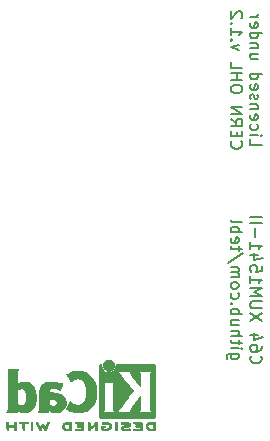
<source format=gbo>
G04 #@! TF.GenerationSoftware,KiCad,Pcbnew,(5.1.8)-1*
G04 #@! TF.CreationDate,2022-01-25T01:20:23+01:00*
G04 #@! TF.ProjectId,C64 XUM1541-II FA2,43363420-5855-44d3-9135-34312d494920,rev?*
G04 #@! TF.SameCoordinates,Original*
G04 #@! TF.FileFunction,Legend,Bot*
G04 #@! TF.FilePolarity,Positive*
%FSLAX46Y46*%
G04 Gerber Fmt 4.6, Leading zero omitted, Abs format (unit mm)*
G04 Created by KiCad (PCBNEW (5.1.8)-1) date 2022-01-25 01:20:23*
%MOMM*%
%LPD*%
G01*
G04 APERTURE LIST*
%ADD10C,0.150000*%
%ADD11C,0.010000*%
G04 APERTURE END LIST*
D10*
X167377619Y-74850000D02*
X167377619Y-75326190D01*
X168377619Y-75326190D01*
X167377619Y-74516666D02*
X168044285Y-74516666D01*
X168377619Y-74516666D02*
X168330000Y-74564285D01*
X168282380Y-74516666D01*
X168330000Y-74469047D01*
X168377619Y-74516666D01*
X168282380Y-74516666D01*
X167425238Y-73611904D02*
X167377619Y-73707142D01*
X167377619Y-73897619D01*
X167425238Y-73992857D01*
X167472857Y-74040476D01*
X167568095Y-74088095D01*
X167853809Y-74088095D01*
X167949047Y-74040476D01*
X167996666Y-73992857D01*
X168044285Y-73897619D01*
X168044285Y-73707142D01*
X167996666Y-73611904D01*
X167425238Y-72802380D02*
X167377619Y-72897619D01*
X167377619Y-73088095D01*
X167425238Y-73183333D01*
X167520476Y-73230952D01*
X167901428Y-73230952D01*
X167996666Y-73183333D01*
X168044285Y-73088095D01*
X168044285Y-72897619D01*
X167996666Y-72802380D01*
X167901428Y-72754761D01*
X167806190Y-72754761D01*
X167710952Y-73230952D01*
X168044285Y-72326190D02*
X167377619Y-72326190D01*
X167949047Y-72326190D02*
X167996666Y-72278571D01*
X168044285Y-72183333D01*
X168044285Y-72040476D01*
X167996666Y-71945238D01*
X167901428Y-71897619D01*
X167377619Y-71897619D01*
X167425238Y-71469047D02*
X167377619Y-71373809D01*
X167377619Y-71183333D01*
X167425238Y-71088095D01*
X167520476Y-71040476D01*
X167568095Y-71040476D01*
X167663333Y-71088095D01*
X167710952Y-71183333D01*
X167710952Y-71326190D01*
X167758571Y-71421428D01*
X167853809Y-71469047D01*
X167901428Y-71469047D01*
X167996666Y-71421428D01*
X168044285Y-71326190D01*
X168044285Y-71183333D01*
X167996666Y-71088095D01*
X167425238Y-70230952D02*
X167377619Y-70326190D01*
X167377619Y-70516666D01*
X167425238Y-70611904D01*
X167520476Y-70659523D01*
X167901428Y-70659523D01*
X167996666Y-70611904D01*
X168044285Y-70516666D01*
X168044285Y-70326190D01*
X167996666Y-70230952D01*
X167901428Y-70183333D01*
X167806190Y-70183333D01*
X167710952Y-70659523D01*
X167377619Y-69326190D02*
X168377619Y-69326190D01*
X167425238Y-69326190D02*
X167377619Y-69421428D01*
X167377619Y-69611904D01*
X167425238Y-69707142D01*
X167472857Y-69754761D01*
X167568095Y-69802380D01*
X167853809Y-69802380D01*
X167949047Y-69754761D01*
X167996666Y-69707142D01*
X168044285Y-69611904D01*
X168044285Y-69421428D01*
X167996666Y-69326190D01*
X168044285Y-67659523D02*
X167377619Y-67659523D01*
X168044285Y-68088095D02*
X167520476Y-68088095D01*
X167425238Y-68040476D01*
X167377619Y-67945238D01*
X167377619Y-67802380D01*
X167425238Y-67707142D01*
X167472857Y-67659523D01*
X168044285Y-67183333D02*
X167377619Y-67183333D01*
X167949047Y-67183333D02*
X167996666Y-67135714D01*
X168044285Y-67040476D01*
X168044285Y-66897619D01*
X167996666Y-66802380D01*
X167901428Y-66754761D01*
X167377619Y-66754761D01*
X167377619Y-65850000D02*
X168377619Y-65850000D01*
X167425238Y-65850000D02*
X167377619Y-65945238D01*
X167377619Y-66135714D01*
X167425238Y-66230952D01*
X167472857Y-66278571D01*
X167568095Y-66326190D01*
X167853809Y-66326190D01*
X167949047Y-66278571D01*
X167996666Y-66230952D01*
X168044285Y-66135714D01*
X168044285Y-65945238D01*
X167996666Y-65850000D01*
X167425238Y-64992857D02*
X167377619Y-65088095D01*
X167377619Y-65278571D01*
X167425238Y-65373809D01*
X167520476Y-65421428D01*
X167901428Y-65421428D01*
X167996666Y-65373809D01*
X168044285Y-65278571D01*
X168044285Y-65088095D01*
X167996666Y-64992857D01*
X167901428Y-64945238D01*
X167806190Y-64945238D01*
X167710952Y-65421428D01*
X167377619Y-64516666D02*
X168044285Y-64516666D01*
X167853809Y-64516666D02*
X167949047Y-64469047D01*
X167996666Y-64421428D01*
X168044285Y-64326190D01*
X168044285Y-64230952D01*
X165822857Y-75040476D02*
X165775238Y-75088095D01*
X165727619Y-75230952D01*
X165727619Y-75326190D01*
X165775238Y-75469047D01*
X165870476Y-75564285D01*
X165965714Y-75611904D01*
X166156190Y-75659523D01*
X166299047Y-75659523D01*
X166489523Y-75611904D01*
X166584761Y-75564285D01*
X166680000Y-75469047D01*
X166727619Y-75326190D01*
X166727619Y-75230952D01*
X166680000Y-75088095D01*
X166632380Y-75040476D01*
X166251428Y-74611904D02*
X166251428Y-74278571D01*
X165727619Y-74135714D02*
X165727619Y-74611904D01*
X166727619Y-74611904D01*
X166727619Y-74135714D01*
X165727619Y-73135714D02*
X166203809Y-73469047D01*
X165727619Y-73707142D02*
X166727619Y-73707142D01*
X166727619Y-73326190D01*
X166680000Y-73230952D01*
X166632380Y-73183333D01*
X166537142Y-73135714D01*
X166394285Y-73135714D01*
X166299047Y-73183333D01*
X166251428Y-73230952D01*
X166203809Y-73326190D01*
X166203809Y-73707142D01*
X165727619Y-72707142D02*
X166727619Y-72707142D01*
X165727619Y-72135714D01*
X166727619Y-72135714D01*
X166727619Y-70707142D02*
X166727619Y-70516666D01*
X166680000Y-70421428D01*
X166584761Y-70326190D01*
X166394285Y-70278571D01*
X166060952Y-70278571D01*
X165870476Y-70326190D01*
X165775238Y-70421428D01*
X165727619Y-70516666D01*
X165727619Y-70707142D01*
X165775238Y-70802380D01*
X165870476Y-70897619D01*
X166060952Y-70945238D01*
X166394285Y-70945238D01*
X166584761Y-70897619D01*
X166680000Y-70802380D01*
X166727619Y-70707142D01*
X165727619Y-69850000D02*
X166727619Y-69850000D01*
X166251428Y-69850000D02*
X166251428Y-69278571D01*
X165727619Y-69278571D02*
X166727619Y-69278571D01*
X165727619Y-68326190D02*
X165727619Y-68802380D01*
X166727619Y-68802380D01*
X166394285Y-67326190D02*
X165727619Y-67088095D01*
X166394285Y-66850000D01*
X165822857Y-66469047D02*
X165775238Y-66421428D01*
X165727619Y-66469047D01*
X165775238Y-66516666D01*
X165822857Y-66469047D01*
X165727619Y-66469047D01*
X165727619Y-65469047D02*
X165727619Y-66040476D01*
X165727619Y-65754761D02*
X166727619Y-65754761D01*
X166584761Y-65850000D01*
X166489523Y-65945238D01*
X166441904Y-66040476D01*
X165822857Y-65040476D02*
X165775238Y-64992857D01*
X165727619Y-65040476D01*
X165775238Y-65088095D01*
X165822857Y-65040476D01*
X165727619Y-65040476D01*
X166632380Y-64611904D02*
X166680000Y-64564285D01*
X166727619Y-64469047D01*
X166727619Y-64230952D01*
X166680000Y-64135714D01*
X166632380Y-64088095D01*
X166537142Y-64040476D01*
X166441904Y-64040476D01*
X166299047Y-64088095D01*
X165727619Y-64659523D01*
X165727619Y-64040476D01*
X167472857Y-93225238D02*
X167425238Y-93272857D01*
X167377619Y-93415714D01*
X167377619Y-93510952D01*
X167425238Y-93653809D01*
X167520476Y-93749047D01*
X167615714Y-93796666D01*
X167806190Y-93844285D01*
X167949047Y-93844285D01*
X168139523Y-93796666D01*
X168234761Y-93749047D01*
X168330000Y-93653809D01*
X168377619Y-93510952D01*
X168377619Y-93415714D01*
X168330000Y-93272857D01*
X168282380Y-93225238D01*
X168377619Y-92368095D02*
X168377619Y-92558571D01*
X168330000Y-92653809D01*
X168282380Y-92701428D01*
X168139523Y-92796666D01*
X167949047Y-92844285D01*
X167568095Y-92844285D01*
X167472857Y-92796666D01*
X167425238Y-92749047D01*
X167377619Y-92653809D01*
X167377619Y-92463333D01*
X167425238Y-92368095D01*
X167472857Y-92320476D01*
X167568095Y-92272857D01*
X167806190Y-92272857D01*
X167901428Y-92320476D01*
X167949047Y-92368095D01*
X167996666Y-92463333D01*
X167996666Y-92653809D01*
X167949047Y-92749047D01*
X167901428Y-92796666D01*
X167806190Y-92844285D01*
X168044285Y-91415714D02*
X167377619Y-91415714D01*
X168425238Y-91653809D02*
X167710952Y-91891904D01*
X167710952Y-91272857D01*
X168377619Y-90225238D02*
X167377619Y-89558571D01*
X168377619Y-89558571D02*
X167377619Y-90225238D01*
X168377619Y-89177619D02*
X167568095Y-89177619D01*
X167472857Y-89130000D01*
X167425238Y-89082380D01*
X167377619Y-88987142D01*
X167377619Y-88796666D01*
X167425238Y-88701428D01*
X167472857Y-88653809D01*
X167568095Y-88606190D01*
X168377619Y-88606190D01*
X167377619Y-88130000D02*
X168377619Y-88130000D01*
X167663333Y-87796666D01*
X168377619Y-87463333D01*
X167377619Y-87463333D01*
X167377619Y-86463333D02*
X167377619Y-87034761D01*
X167377619Y-86749047D02*
X168377619Y-86749047D01*
X168234761Y-86844285D01*
X168139523Y-86939523D01*
X168091904Y-87034761D01*
X168377619Y-85558571D02*
X168377619Y-86034761D01*
X167901428Y-86082380D01*
X167949047Y-86034761D01*
X167996666Y-85939523D01*
X167996666Y-85701428D01*
X167949047Y-85606190D01*
X167901428Y-85558571D01*
X167806190Y-85510952D01*
X167568095Y-85510952D01*
X167472857Y-85558571D01*
X167425238Y-85606190D01*
X167377619Y-85701428D01*
X167377619Y-85939523D01*
X167425238Y-86034761D01*
X167472857Y-86082380D01*
X168044285Y-84653809D02*
X167377619Y-84653809D01*
X168425238Y-84891904D02*
X167710952Y-85130000D01*
X167710952Y-84510952D01*
X167377619Y-83606190D02*
X167377619Y-84177619D01*
X167377619Y-83891904D02*
X168377619Y-83891904D01*
X168234761Y-83987142D01*
X168139523Y-84082380D01*
X168091904Y-84177619D01*
X167758571Y-83177619D02*
X167758571Y-82415714D01*
X167377619Y-81939523D02*
X168377619Y-81939523D01*
X167377619Y-81463333D02*
X168377619Y-81463333D01*
X166394285Y-93034761D02*
X165584761Y-93034761D01*
X165489523Y-93082380D01*
X165441904Y-93130000D01*
X165394285Y-93225238D01*
X165394285Y-93368095D01*
X165441904Y-93463333D01*
X165775238Y-93034761D02*
X165727619Y-93130000D01*
X165727619Y-93320476D01*
X165775238Y-93415714D01*
X165822857Y-93463333D01*
X165918095Y-93510952D01*
X166203809Y-93510952D01*
X166299047Y-93463333D01*
X166346666Y-93415714D01*
X166394285Y-93320476D01*
X166394285Y-93130000D01*
X166346666Y-93034761D01*
X165727619Y-92558571D02*
X166394285Y-92558571D01*
X166727619Y-92558571D02*
X166680000Y-92606190D01*
X166632380Y-92558571D01*
X166680000Y-92510952D01*
X166727619Y-92558571D01*
X166632380Y-92558571D01*
X166394285Y-92225238D02*
X166394285Y-91844285D01*
X166727619Y-92082380D02*
X165870476Y-92082380D01*
X165775238Y-92034761D01*
X165727619Y-91939523D01*
X165727619Y-91844285D01*
X165727619Y-91510952D02*
X166727619Y-91510952D01*
X165727619Y-91082380D02*
X166251428Y-91082380D01*
X166346666Y-91130000D01*
X166394285Y-91225238D01*
X166394285Y-91368095D01*
X166346666Y-91463333D01*
X166299047Y-91510952D01*
X166394285Y-90177619D02*
X165727619Y-90177619D01*
X166394285Y-90606190D02*
X165870476Y-90606190D01*
X165775238Y-90558571D01*
X165727619Y-90463333D01*
X165727619Y-90320476D01*
X165775238Y-90225238D01*
X165822857Y-90177619D01*
X165727619Y-89701428D02*
X166727619Y-89701428D01*
X166346666Y-89701428D02*
X166394285Y-89606190D01*
X166394285Y-89415714D01*
X166346666Y-89320476D01*
X166299047Y-89272857D01*
X166203809Y-89225238D01*
X165918095Y-89225238D01*
X165822857Y-89272857D01*
X165775238Y-89320476D01*
X165727619Y-89415714D01*
X165727619Y-89606190D01*
X165775238Y-89701428D01*
X165822857Y-88796666D02*
X165775238Y-88749047D01*
X165727619Y-88796666D01*
X165775238Y-88844285D01*
X165822857Y-88796666D01*
X165727619Y-88796666D01*
X165775238Y-87891904D02*
X165727619Y-87987142D01*
X165727619Y-88177619D01*
X165775238Y-88272857D01*
X165822857Y-88320476D01*
X165918095Y-88368095D01*
X166203809Y-88368095D01*
X166299047Y-88320476D01*
X166346666Y-88272857D01*
X166394285Y-88177619D01*
X166394285Y-87987142D01*
X166346666Y-87891904D01*
X165727619Y-87320476D02*
X165775238Y-87415714D01*
X165822857Y-87463333D01*
X165918095Y-87510952D01*
X166203809Y-87510952D01*
X166299047Y-87463333D01*
X166346666Y-87415714D01*
X166394285Y-87320476D01*
X166394285Y-87177619D01*
X166346666Y-87082380D01*
X166299047Y-87034761D01*
X166203809Y-86987142D01*
X165918095Y-86987142D01*
X165822857Y-87034761D01*
X165775238Y-87082380D01*
X165727619Y-87177619D01*
X165727619Y-87320476D01*
X165727619Y-86558571D02*
X166394285Y-86558571D01*
X166299047Y-86558571D02*
X166346666Y-86510952D01*
X166394285Y-86415714D01*
X166394285Y-86272857D01*
X166346666Y-86177619D01*
X166251428Y-86130000D01*
X165727619Y-86130000D01*
X166251428Y-86130000D02*
X166346666Y-86082380D01*
X166394285Y-85987142D01*
X166394285Y-85844285D01*
X166346666Y-85749047D01*
X166251428Y-85701428D01*
X165727619Y-85701428D01*
X166775238Y-84510952D02*
X165489523Y-85368095D01*
X166394285Y-84320476D02*
X166394285Y-83939523D01*
X166727619Y-84177619D02*
X165870476Y-84177619D01*
X165775238Y-84130000D01*
X165727619Y-84034761D01*
X165727619Y-83939523D01*
X165775238Y-83225238D02*
X165727619Y-83320476D01*
X165727619Y-83510952D01*
X165775238Y-83606190D01*
X165870476Y-83653809D01*
X166251428Y-83653809D01*
X166346666Y-83606190D01*
X166394285Y-83510952D01*
X166394285Y-83320476D01*
X166346666Y-83225238D01*
X166251428Y-83177619D01*
X166156190Y-83177619D01*
X166060952Y-83653809D01*
X165727619Y-82749047D02*
X166727619Y-82749047D01*
X166346666Y-82749047D02*
X166394285Y-82653809D01*
X166394285Y-82463333D01*
X166346666Y-82368095D01*
X166299047Y-82320476D01*
X166203809Y-82272857D01*
X165918095Y-82272857D01*
X165822857Y-82320476D01*
X165775238Y-82368095D01*
X165727619Y-82463333D01*
X165727619Y-82653809D01*
X165775238Y-82749047D01*
X165727619Y-81701428D02*
X165775238Y-81796666D01*
X165870476Y-81844285D01*
X166727619Y-81844285D01*
D11*
G36*
X159156371Y-98789066D02*
G01*
X159116889Y-98789467D01*
X159001200Y-98792259D01*
X158904311Y-98800550D01*
X158822919Y-98815232D01*
X158753723Y-98837193D01*
X158693420Y-98867322D01*
X158638708Y-98906510D01*
X158619167Y-98923532D01*
X158586750Y-98963363D01*
X158557520Y-99017413D01*
X158534991Y-99077323D01*
X158522679Y-99134739D01*
X158521400Y-99155956D01*
X158529417Y-99214769D01*
X158550899Y-99279013D01*
X158581999Y-99339821D01*
X158618866Y-99388330D01*
X158624854Y-99394182D01*
X158675579Y-99435321D01*
X158731125Y-99467435D01*
X158794696Y-99491365D01*
X158869494Y-99507953D01*
X158958722Y-99518041D01*
X159065582Y-99522469D01*
X159114528Y-99522845D01*
X159176762Y-99522545D01*
X159220528Y-99521292D01*
X159249931Y-99518554D01*
X159269079Y-99513801D01*
X159282077Y-99506501D01*
X159289045Y-99500267D01*
X159295626Y-99492694D01*
X159300788Y-99482924D01*
X159304703Y-99468340D01*
X159307543Y-99446326D01*
X159309480Y-99414264D01*
X159310684Y-99369536D01*
X159311328Y-99309526D01*
X159311583Y-99231617D01*
X159311622Y-99155956D01*
X159311870Y-99055041D01*
X159311817Y-98974427D01*
X159310857Y-98935822D01*
X159164867Y-98935822D01*
X159164867Y-99376089D01*
X159071734Y-99376004D01*
X159015693Y-99374396D01*
X158956999Y-99370256D01*
X158908028Y-99364464D01*
X158906538Y-99364226D01*
X158827392Y-99345090D01*
X158766002Y-99315287D01*
X158719305Y-99272878D01*
X158689635Y-99226961D01*
X158671353Y-99176026D01*
X158672771Y-99128200D01*
X158693988Y-99076933D01*
X158735489Y-99023899D01*
X158792998Y-98984600D01*
X158867750Y-98958331D01*
X158917708Y-98949035D01*
X158974416Y-98942507D01*
X159034519Y-98937782D01*
X159085639Y-98935817D01*
X159088667Y-98935808D01*
X159164867Y-98935822D01*
X159310857Y-98935822D01*
X159310260Y-98911851D01*
X159305998Y-98865055D01*
X159297830Y-98831778D01*
X159284556Y-98809759D01*
X159264974Y-98796739D01*
X159237883Y-98790457D01*
X159202082Y-98788653D01*
X159156371Y-98789066D01*
G37*
X159156371Y-98789066D02*
X159116889Y-98789467D01*
X159001200Y-98792259D01*
X158904311Y-98800550D01*
X158822919Y-98815232D01*
X158753723Y-98837193D01*
X158693420Y-98867322D01*
X158638708Y-98906510D01*
X158619167Y-98923532D01*
X158586750Y-98963363D01*
X158557520Y-99017413D01*
X158534991Y-99077323D01*
X158522679Y-99134739D01*
X158521400Y-99155956D01*
X158529417Y-99214769D01*
X158550899Y-99279013D01*
X158581999Y-99339821D01*
X158618866Y-99388330D01*
X158624854Y-99394182D01*
X158675579Y-99435321D01*
X158731125Y-99467435D01*
X158794696Y-99491365D01*
X158869494Y-99507953D01*
X158958722Y-99518041D01*
X159065582Y-99522469D01*
X159114528Y-99522845D01*
X159176762Y-99522545D01*
X159220528Y-99521292D01*
X159249931Y-99518554D01*
X159269079Y-99513801D01*
X159282077Y-99506501D01*
X159289045Y-99500267D01*
X159295626Y-99492694D01*
X159300788Y-99482924D01*
X159304703Y-99468340D01*
X159307543Y-99446326D01*
X159309480Y-99414264D01*
X159310684Y-99369536D01*
X159311328Y-99309526D01*
X159311583Y-99231617D01*
X159311622Y-99155956D01*
X159311870Y-99055041D01*
X159311817Y-98974427D01*
X159310857Y-98935822D01*
X159164867Y-98935822D01*
X159164867Y-99376089D01*
X159071734Y-99376004D01*
X159015693Y-99374396D01*
X158956999Y-99370256D01*
X158908028Y-99364464D01*
X158906538Y-99364226D01*
X158827392Y-99345090D01*
X158766002Y-99315287D01*
X158719305Y-99272878D01*
X158689635Y-99226961D01*
X158671353Y-99176026D01*
X158672771Y-99128200D01*
X158693988Y-99076933D01*
X158735489Y-99023899D01*
X158792998Y-98984600D01*
X158867750Y-98958331D01*
X158917708Y-98949035D01*
X158974416Y-98942507D01*
X159034519Y-98937782D01*
X159085639Y-98935817D01*
X159088667Y-98935808D01*
X159164867Y-98935822D01*
X159310857Y-98935822D01*
X159310260Y-98911851D01*
X159305998Y-98865055D01*
X159297830Y-98831778D01*
X159284556Y-98809759D01*
X159264974Y-98796739D01*
X159237883Y-98790457D01*
X159202082Y-98788653D01*
X159156371Y-98789066D01*
G36*
X157747794Y-98789146D02*
G01*
X157678386Y-98789518D01*
X157625997Y-98790385D01*
X157587847Y-98791946D01*
X157561159Y-98794403D01*
X157543153Y-98797957D01*
X157531049Y-98802810D01*
X157522069Y-98809161D01*
X157518818Y-98812084D01*
X157499043Y-98843142D01*
X157495482Y-98878828D01*
X157508491Y-98910510D01*
X157514506Y-98916913D01*
X157524235Y-98923121D01*
X157539901Y-98927910D01*
X157564408Y-98931514D01*
X157600661Y-98934164D01*
X157651565Y-98936095D01*
X157720026Y-98937539D01*
X157782617Y-98938418D01*
X158030334Y-98941467D01*
X158033719Y-99006378D01*
X158037105Y-99071289D01*
X157868958Y-99071289D01*
X157795959Y-99071919D01*
X157742517Y-99074553D01*
X157705628Y-99080309D01*
X157682288Y-99090304D01*
X157669494Y-99105656D01*
X157664242Y-99127482D01*
X157663445Y-99147738D01*
X157665923Y-99172592D01*
X157675277Y-99190906D01*
X157694383Y-99203637D01*
X157726118Y-99211741D01*
X157773359Y-99216176D01*
X157838983Y-99217899D01*
X157874801Y-99218045D01*
X158035978Y-99218045D01*
X158035978Y-99376089D01*
X157787622Y-99376089D01*
X157706213Y-99376202D01*
X157644342Y-99376712D01*
X157598968Y-99377870D01*
X157567054Y-99379930D01*
X157545559Y-99383146D01*
X157531443Y-99387772D01*
X157521668Y-99394059D01*
X157516689Y-99398667D01*
X157499610Y-99425560D01*
X157494111Y-99449467D01*
X157501963Y-99478667D01*
X157516689Y-99500267D01*
X157524546Y-99507066D01*
X157534688Y-99512346D01*
X157549844Y-99516298D01*
X157572741Y-99519113D01*
X157606109Y-99520982D01*
X157652675Y-99522098D01*
X157715167Y-99522651D01*
X157796314Y-99522833D01*
X157838422Y-99522845D01*
X157928598Y-99522765D01*
X157998924Y-99522398D01*
X158052129Y-99521552D01*
X158090940Y-99520036D01*
X158118087Y-99517659D01*
X158136298Y-99514229D01*
X158148300Y-99509554D01*
X158156822Y-99503444D01*
X158160156Y-99500267D01*
X158166755Y-99492670D01*
X158171927Y-99482870D01*
X158175846Y-99468239D01*
X158178684Y-99446152D01*
X158180615Y-99413982D01*
X158181812Y-99369103D01*
X158182448Y-99308889D01*
X158182697Y-99230713D01*
X158182734Y-99157923D01*
X158182700Y-99064707D01*
X158182465Y-98991431D01*
X158181830Y-98935458D01*
X158180594Y-98894151D01*
X158178556Y-98864872D01*
X158175517Y-98844984D01*
X158171277Y-98831850D01*
X158165635Y-98822832D01*
X158158391Y-98815293D01*
X158156606Y-98813612D01*
X158147945Y-98806172D01*
X158137882Y-98800409D01*
X158123625Y-98796112D01*
X158102383Y-98793064D01*
X158071364Y-98791051D01*
X158027777Y-98789860D01*
X157968831Y-98789275D01*
X157891734Y-98789083D01*
X157837001Y-98789067D01*
X157747794Y-98789146D01*
G37*
X157747794Y-98789146D02*
X157678386Y-98789518D01*
X157625997Y-98790385D01*
X157587847Y-98791946D01*
X157561159Y-98794403D01*
X157543153Y-98797957D01*
X157531049Y-98802810D01*
X157522069Y-98809161D01*
X157518818Y-98812084D01*
X157499043Y-98843142D01*
X157495482Y-98878828D01*
X157508491Y-98910510D01*
X157514506Y-98916913D01*
X157524235Y-98923121D01*
X157539901Y-98927910D01*
X157564408Y-98931514D01*
X157600661Y-98934164D01*
X157651565Y-98936095D01*
X157720026Y-98937539D01*
X157782617Y-98938418D01*
X158030334Y-98941467D01*
X158033719Y-99006378D01*
X158037105Y-99071289D01*
X157868958Y-99071289D01*
X157795959Y-99071919D01*
X157742517Y-99074553D01*
X157705628Y-99080309D01*
X157682288Y-99090304D01*
X157669494Y-99105656D01*
X157664242Y-99127482D01*
X157663445Y-99147738D01*
X157665923Y-99172592D01*
X157675277Y-99190906D01*
X157694383Y-99203637D01*
X157726118Y-99211741D01*
X157773359Y-99216176D01*
X157838983Y-99217899D01*
X157874801Y-99218045D01*
X158035978Y-99218045D01*
X158035978Y-99376089D01*
X157787622Y-99376089D01*
X157706213Y-99376202D01*
X157644342Y-99376712D01*
X157598968Y-99377870D01*
X157567054Y-99379930D01*
X157545559Y-99383146D01*
X157531443Y-99387772D01*
X157521668Y-99394059D01*
X157516689Y-99398667D01*
X157499610Y-99425560D01*
X157494111Y-99449467D01*
X157501963Y-99478667D01*
X157516689Y-99500267D01*
X157524546Y-99507066D01*
X157534688Y-99512346D01*
X157549844Y-99516298D01*
X157572741Y-99519113D01*
X157606109Y-99520982D01*
X157652675Y-99522098D01*
X157715167Y-99522651D01*
X157796314Y-99522833D01*
X157838422Y-99522845D01*
X157928598Y-99522765D01*
X157998924Y-99522398D01*
X158052129Y-99521552D01*
X158090940Y-99520036D01*
X158118087Y-99517659D01*
X158136298Y-99514229D01*
X158148300Y-99509554D01*
X158156822Y-99503444D01*
X158160156Y-99500267D01*
X158166755Y-99492670D01*
X158171927Y-99482870D01*
X158175846Y-99468239D01*
X158178684Y-99446152D01*
X158180615Y-99413982D01*
X158181812Y-99369103D01*
X158182448Y-99308889D01*
X158182697Y-99230713D01*
X158182734Y-99157923D01*
X158182700Y-99064707D01*
X158182465Y-98991431D01*
X158181830Y-98935458D01*
X158180594Y-98894151D01*
X158178556Y-98864872D01*
X158175517Y-98844984D01*
X158171277Y-98831850D01*
X158165635Y-98822832D01*
X158158391Y-98815293D01*
X158156606Y-98813612D01*
X158147945Y-98806172D01*
X158137882Y-98800409D01*
X158123625Y-98796112D01*
X158102383Y-98793064D01*
X158071364Y-98791051D01*
X158027777Y-98789860D01*
X157968831Y-98789275D01*
X157891734Y-98789083D01*
X157837001Y-98789067D01*
X157747794Y-98789146D01*
G36*
X156726703Y-98790351D02*
G01*
X156651888Y-98795581D01*
X156582306Y-98803750D01*
X156522002Y-98814550D01*
X156475020Y-98827673D01*
X156445406Y-98842813D01*
X156440860Y-98847269D01*
X156425054Y-98881850D01*
X156429847Y-98917351D01*
X156454364Y-98947725D01*
X156455534Y-98948596D01*
X156469954Y-98957954D01*
X156485008Y-98962876D01*
X156506005Y-98963473D01*
X156538257Y-98959861D01*
X156587073Y-98952154D01*
X156591000Y-98951505D01*
X156663739Y-98942569D01*
X156742217Y-98938161D01*
X156820927Y-98938119D01*
X156894361Y-98942279D01*
X156957011Y-98950479D01*
X157003370Y-98962557D01*
X157006416Y-98963771D01*
X157040048Y-98982615D01*
X157051864Y-99001685D01*
X157042614Y-99020439D01*
X157013047Y-99038337D01*
X156963911Y-99054837D01*
X156895957Y-99069396D01*
X156850645Y-99076406D01*
X156756456Y-99089889D01*
X156681544Y-99102214D01*
X156622717Y-99114449D01*
X156576785Y-99127661D01*
X156540555Y-99142917D01*
X156510838Y-99161285D01*
X156484442Y-99183831D01*
X156463230Y-99205971D01*
X156438065Y-99236819D01*
X156425681Y-99263345D01*
X156421808Y-99296026D01*
X156421667Y-99307995D01*
X156424576Y-99347712D01*
X156436202Y-99377259D01*
X156456323Y-99403486D01*
X156497216Y-99443576D01*
X156542817Y-99474149D01*
X156596513Y-99496203D01*
X156661692Y-99510735D01*
X156741744Y-99518741D01*
X156840057Y-99521218D01*
X156856289Y-99521177D01*
X156921849Y-99519818D01*
X156986866Y-99516730D01*
X157044252Y-99512356D01*
X157086922Y-99507140D01*
X157090372Y-99506541D01*
X157132796Y-99496491D01*
X157168780Y-99483796D01*
X157189150Y-99472190D01*
X157208107Y-99441572D01*
X157209427Y-99405918D01*
X157193085Y-99374144D01*
X157189429Y-99370551D01*
X157174315Y-99359876D01*
X157155415Y-99355276D01*
X157126162Y-99356059D01*
X157090651Y-99360127D01*
X157050970Y-99363762D01*
X156995345Y-99366828D01*
X156930406Y-99369053D01*
X156862785Y-99370164D01*
X156845000Y-99370237D01*
X156777128Y-99369964D01*
X156727454Y-99368646D01*
X156691610Y-99365827D01*
X156665224Y-99361050D01*
X156643926Y-99353857D01*
X156631126Y-99347867D01*
X156603000Y-99331233D01*
X156585068Y-99316168D01*
X156582447Y-99311897D01*
X156587976Y-99294263D01*
X156614260Y-99277192D01*
X156659478Y-99261458D01*
X156721808Y-99247838D01*
X156740171Y-99244804D01*
X156836090Y-99229738D01*
X156912641Y-99217146D01*
X156972780Y-99206111D01*
X157019460Y-99195720D01*
X157055637Y-99185056D01*
X157084265Y-99173205D01*
X157108298Y-99159251D01*
X157130692Y-99142281D01*
X157154402Y-99121378D01*
X157162380Y-99114049D01*
X157190353Y-99086699D01*
X157205160Y-99065029D01*
X157210952Y-99040232D01*
X157211889Y-99008983D01*
X157201575Y-98947705D01*
X157170752Y-98895640D01*
X157119595Y-98852958D01*
X157048283Y-98819825D01*
X156997400Y-98804964D01*
X156942100Y-98795366D01*
X156875853Y-98789936D01*
X156802706Y-98788367D01*
X156726703Y-98790351D01*
G37*
X156726703Y-98790351D02*
X156651888Y-98795581D01*
X156582306Y-98803750D01*
X156522002Y-98814550D01*
X156475020Y-98827673D01*
X156445406Y-98842813D01*
X156440860Y-98847269D01*
X156425054Y-98881850D01*
X156429847Y-98917351D01*
X156454364Y-98947725D01*
X156455534Y-98948596D01*
X156469954Y-98957954D01*
X156485008Y-98962876D01*
X156506005Y-98963473D01*
X156538257Y-98959861D01*
X156587073Y-98952154D01*
X156591000Y-98951505D01*
X156663739Y-98942569D01*
X156742217Y-98938161D01*
X156820927Y-98938119D01*
X156894361Y-98942279D01*
X156957011Y-98950479D01*
X157003370Y-98962557D01*
X157006416Y-98963771D01*
X157040048Y-98982615D01*
X157051864Y-99001685D01*
X157042614Y-99020439D01*
X157013047Y-99038337D01*
X156963911Y-99054837D01*
X156895957Y-99069396D01*
X156850645Y-99076406D01*
X156756456Y-99089889D01*
X156681544Y-99102214D01*
X156622717Y-99114449D01*
X156576785Y-99127661D01*
X156540555Y-99142917D01*
X156510838Y-99161285D01*
X156484442Y-99183831D01*
X156463230Y-99205971D01*
X156438065Y-99236819D01*
X156425681Y-99263345D01*
X156421808Y-99296026D01*
X156421667Y-99307995D01*
X156424576Y-99347712D01*
X156436202Y-99377259D01*
X156456323Y-99403486D01*
X156497216Y-99443576D01*
X156542817Y-99474149D01*
X156596513Y-99496203D01*
X156661692Y-99510735D01*
X156741744Y-99518741D01*
X156840057Y-99521218D01*
X156856289Y-99521177D01*
X156921849Y-99519818D01*
X156986866Y-99516730D01*
X157044252Y-99512356D01*
X157086922Y-99507140D01*
X157090372Y-99506541D01*
X157132796Y-99496491D01*
X157168780Y-99483796D01*
X157189150Y-99472190D01*
X157208107Y-99441572D01*
X157209427Y-99405918D01*
X157193085Y-99374144D01*
X157189429Y-99370551D01*
X157174315Y-99359876D01*
X157155415Y-99355276D01*
X157126162Y-99356059D01*
X157090651Y-99360127D01*
X157050970Y-99363762D01*
X156995345Y-99366828D01*
X156930406Y-99369053D01*
X156862785Y-99370164D01*
X156845000Y-99370237D01*
X156777128Y-99369964D01*
X156727454Y-99368646D01*
X156691610Y-99365827D01*
X156665224Y-99361050D01*
X156643926Y-99353857D01*
X156631126Y-99347867D01*
X156603000Y-99331233D01*
X156585068Y-99316168D01*
X156582447Y-99311897D01*
X156587976Y-99294263D01*
X156614260Y-99277192D01*
X156659478Y-99261458D01*
X156721808Y-99247838D01*
X156740171Y-99244804D01*
X156836090Y-99229738D01*
X156912641Y-99217146D01*
X156972780Y-99206111D01*
X157019460Y-99195720D01*
X157055637Y-99185056D01*
X157084265Y-99173205D01*
X157108298Y-99159251D01*
X157130692Y-99142281D01*
X157154402Y-99121378D01*
X157162380Y-99114049D01*
X157190353Y-99086699D01*
X157205160Y-99065029D01*
X157210952Y-99040232D01*
X157211889Y-99008983D01*
X157201575Y-98947705D01*
X157170752Y-98895640D01*
X157119595Y-98852958D01*
X157048283Y-98819825D01*
X156997400Y-98804964D01*
X156942100Y-98795366D01*
X156875853Y-98789936D01*
X156802706Y-98788367D01*
X156726703Y-98790351D01*
G36*
X155958822Y-98811645D02*
G01*
X155952242Y-98819218D01*
X155947079Y-98828987D01*
X155943164Y-98843571D01*
X155940324Y-98865585D01*
X155938387Y-98897648D01*
X155937183Y-98942375D01*
X155936539Y-99002385D01*
X155936284Y-99080294D01*
X155936245Y-99155956D01*
X155936314Y-99249802D01*
X155936638Y-99323689D01*
X155937386Y-99380232D01*
X155938732Y-99422049D01*
X155940846Y-99451757D01*
X155943900Y-99471973D01*
X155948066Y-99485314D01*
X155953516Y-99494398D01*
X155958822Y-99500267D01*
X155991826Y-99519947D01*
X156026991Y-99518181D01*
X156058455Y-99496717D01*
X156065684Y-99488337D01*
X156071334Y-99478614D01*
X156075599Y-99464861D01*
X156078673Y-99444389D01*
X156080752Y-99414512D01*
X156082030Y-99372541D01*
X156082701Y-99315789D01*
X156082959Y-99241567D01*
X156083000Y-99157537D01*
X156083000Y-98844485D01*
X156055291Y-98816776D01*
X156021137Y-98793463D01*
X155988006Y-98792623D01*
X155958822Y-98811645D01*
G37*
X155958822Y-98811645D02*
X155952242Y-98819218D01*
X155947079Y-98828987D01*
X155943164Y-98843571D01*
X155940324Y-98865585D01*
X155938387Y-98897648D01*
X155937183Y-98942375D01*
X155936539Y-99002385D01*
X155936284Y-99080294D01*
X155936245Y-99155956D01*
X155936314Y-99249802D01*
X155936638Y-99323689D01*
X155937386Y-99380232D01*
X155938732Y-99422049D01*
X155940846Y-99451757D01*
X155943900Y-99471973D01*
X155948066Y-99485314D01*
X155953516Y-99494398D01*
X155958822Y-99500267D01*
X155991826Y-99519947D01*
X156026991Y-99518181D01*
X156058455Y-99496717D01*
X156065684Y-99488337D01*
X156071334Y-99478614D01*
X156075599Y-99464861D01*
X156078673Y-99444389D01*
X156080752Y-99414512D01*
X156082030Y-99372541D01*
X156082701Y-99315789D01*
X156082959Y-99241567D01*
X156083000Y-99157537D01*
X156083000Y-98844485D01*
X156055291Y-98816776D01*
X156021137Y-98793463D01*
X155988006Y-98792623D01*
X155958822Y-98811645D01*
G36*
X154985081Y-98794599D02*
G01*
X154916565Y-98806095D01*
X154863943Y-98823967D01*
X154829708Y-98847499D01*
X154820379Y-98860924D01*
X154810893Y-98892148D01*
X154817277Y-98920395D01*
X154837430Y-98947182D01*
X154868745Y-98959713D01*
X154914183Y-98958696D01*
X154949326Y-98951906D01*
X155027419Y-98938971D01*
X155107226Y-98937742D01*
X155196555Y-98948241D01*
X155221229Y-98952690D01*
X155304291Y-98976108D01*
X155369273Y-99010945D01*
X155415461Y-99056604D01*
X155442145Y-99112494D01*
X155447663Y-99141388D01*
X155444051Y-99200012D01*
X155420729Y-99251879D01*
X155379824Y-99295978D01*
X155323459Y-99331299D01*
X155253760Y-99356829D01*
X155172852Y-99371559D01*
X155082860Y-99374478D01*
X154985910Y-99364575D01*
X154980436Y-99363641D01*
X154941875Y-99356459D01*
X154920494Y-99349521D01*
X154911227Y-99339227D01*
X154909006Y-99321976D01*
X154908956Y-99312841D01*
X154908956Y-99274489D01*
X154977431Y-99274489D01*
X155037900Y-99270347D01*
X155079165Y-99257147D01*
X155103175Y-99233730D01*
X155111877Y-99198936D01*
X155111983Y-99194394D01*
X155106892Y-99164654D01*
X155089433Y-99143419D01*
X155056939Y-99129366D01*
X155006743Y-99121173D01*
X154958123Y-99118161D01*
X154887456Y-99116433D01*
X154836198Y-99119070D01*
X154801239Y-99128800D01*
X154779470Y-99148353D01*
X154767780Y-99180456D01*
X154763060Y-99227838D01*
X154762200Y-99290071D01*
X154763609Y-99359535D01*
X154767848Y-99406786D01*
X154774936Y-99432012D01*
X154776311Y-99433988D01*
X154815228Y-99465508D01*
X154872286Y-99490470D01*
X154943869Y-99508340D01*
X155026358Y-99518586D01*
X155116139Y-99520673D01*
X155209592Y-99514068D01*
X155264556Y-99505956D01*
X155350766Y-99481554D01*
X155430892Y-99441662D01*
X155497977Y-99389887D01*
X155508173Y-99379539D01*
X155541302Y-99336035D01*
X155571194Y-99282118D01*
X155594357Y-99225592D01*
X155607298Y-99174259D01*
X155608858Y-99154544D01*
X155602218Y-99113419D01*
X155584568Y-99062252D01*
X155559297Y-99008394D01*
X155529789Y-98959195D01*
X155503719Y-98926334D01*
X155442765Y-98877452D01*
X155363969Y-98838545D01*
X155270157Y-98810494D01*
X155164150Y-98794179D01*
X155067000Y-98790192D01*
X154985081Y-98794599D01*
G37*
X154985081Y-98794599D02*
X154916565Y-98806095D01*
X154863943Y-98823967D01*
X154829708Y-98847499D01*
X154820379Y-98860924D01*
X154810893Y-98892148D01*
X154817277Y-98920395D01*
X154837430Y-98947182D01*
X154868745Y-98959713D01*
X154914183Y-98958696D01*
X154949326Y-98951906D01*
X155027419Y-98938971D01*
X155107226Y-98937742D01*
X155196555Y-98948241D01*
X155221229Y-98952690D01*
X155304291Y-98976108D01*
X155369273Y-99010945D01*
X155415461Y-99056604D01*
X155442145Y-99112494D01*
X155447663Y-99141388D01*
X155444051Y-99200012D01*
X155420729Y-99251879D01*
X155379824Y-99295978D01*
X155323459Y-99331299D01*
X155253760Y-99356829D01*
X155172852Y-99371559D01*
X155082860Y-99374478D01*
X154985910Y-99364575D01*
X154980436Y-99363641D01*
X154941875Y-99356459D01*
X154920494Y-99349521D01*
X154911227Y-99339227D01*
X154909006Y-99321976D01*
X154908956Y-99312841D01*
X154908956Y-99274489D01*
X154977431Y-99274489D01*
X155037900Y-99270347D01*
X155079165Y-99257147D01*
X155103175Y-99233730D01*
X155111877Y-99198936D01*
X155111983Y-99194394D01*
X155106892Y-99164654D01*
X155089433Y-99143419D01*
X155056939Y-99129366D01*
X155006743Y-99121173D01*
X154958123Y-99118161D01*
X154887456Y-99116433D01*
X154836198Y-99119070D01*
X154801239Y-99128800D01*
X154779470Y-99148353D01*
X154767780Y-99180456D01*
X154763060Y-99227838D01*
X154762200Y-99290071D01*
X154763609Y-99359535D01*
X154767848Y-99406786D01*
X154774936Y-99432012D01*
X154776311Y-99433988D01*
X154815228Y-99465508D01*
X154872286Y-99490470D01*
X154943869Y-99508340D01*
X155026358Y-99518586D01*
X155116139Y-99520673D01*
X155209592Y-99514068D01*
X155264556Y-99505956D01*
X155350766Y-99481554D01*
X155430892Y-99441662D01*
X155497977Y-99389887D01*
X155508173Y-99379539D01*
X155541302Y-99336035D01*
X155571194Y-99282118D01*
X155594357Y-99225592D01*
X155607298Y-99174259D01*
X155608858Y-99154544D01*
X155602218Y-99113419D01*
X155584568Y-99062252D01*
X155559297Y-99008394D01*
X155529789Y-98959195D01*
X155503719Y-98926334D01*
X155442765Y-98877452D01*
X155363969Y-98838545D01*
X155270157Y-98810494D01*
X155164150Y-98794179D01*
X155067000Y-98790192D01*
X154985081Y-98794599D01*
G36*
X154335114Y-98793448D02*
G01*
X154311548Y-98807273D01*
X154280735Y-98829881D01*
X154241078Y-98862338D01*
X154190980Y-98905708D01*
X154128843Y-98961058D01*
X154053072Y-99029451D01*
X153966334Y-99108084D01*
X153785711Y-99271878D01*
X153780067Y-99052029D01*
X153778029Y-98976351D01*
X153776063Y-98919994D01*
X153773734Y-98879706D01*
X153770606Y-98852235D01*
X153766245Y-98834329D01*
X153760216Y-98822737D01*
X153752084Y-98814208D01*
X153747772Y-98810623D01*
X153713241Y-98791670D01*
X153680383Y-98794441D01*
X153654318Y-98810633D01*
X153627667Y-98832199D01*
X153624352Y-99147151D01*
X153623435Y-99239779D01*
X153622968Y-99312544D01*
X153623113Y-99368161D01*
X153624032Y-99409342D01*
X153625887Y-99438803D01*
X153628839Y-99459255D01*
X153633050Y-99473413D01*
X153638682Y-99483991D01*
X153644927Y-99492474D01*
X153658439Y-99508207D01*
X153671883Y-99518636D01*
X153687124Y-99522639D01*
X153706026Y-99519094D01*
X153730455Y-99506879D01*
X153762273Y-99484871D01*
X153803348Y-99451949D01*
X153855542Y-99406991D01*
X153920722Y-99348875D01*
X153994556Y-99282099D01*
X154259845Y-99041458D01*
X154265489Y-99260589D01*
X154267531Y-99336128D01*
X154269502Y-99392354D01*
X154271839Y-99432524D01*
X154274981Y-99459896D01*
X154279364Y-99477728D01*
X154285424Y-99489279D01*
X154293600Y-99497807D01*
X154297784Y-99501282D01*
X154334765Y-99520372D01*
X154369708Y-99517493D01*
X154400136Y-99493100D01*
X154407097Y-99483286D01*
X154412523Y-99471826D01*
X154416603Y-99455968D01*
X154419529Y-99432963D01*
X154421492Y-99400062D01*
X154422683Y-99354516D01*
X154423292Y-99293573D01*
X154423511Y-99214486D01*
X154423534Y-99155956D01*
X154423460Y-99064407D01*
X154423113Y-98992687D01*
X154422301Y-98938045D01*
X154420833Y-98897732D01*
X154418519Y-98868998D01*
X154415167Y-98849093D01*
X154410588Y-98835268D01*
X154404589Y-98824772D01*
X154400136Y-98818811D01*
X154388850Y-98804691D01*
X154378301Y-98794029D01*
X154366893Y-98787892D01*
X154353030Y-98787343D01*
X154335114Y-98793448D01*
G37*
X154335114Y-98793448D02*
X154311548Y-98807273D01*
X154280735Y-98829881D01*
X154241078Y-98862338D01*
X154190980Y-98905708D01*
X154128843Y-98961058D01*
X154053072Y-99029451D01*
X153966334Y-99108084D01*
X153785711Y-99271878D01*
X153780067Y-99052029D01*
X153778029Y-98976351D01*
X153776063Y-98919994D01*
X153773734Y-98879706D01*
X153770606Y-98852235D01*
X153766245Y-98834329D01*
X153760216Y-98822737D01*
X153752084Y-98814208D01*
X153747772Y-98810623D01*
X153713241Y-98791670D01*
X153680383Y-98794441D01*
X153654318Y-98810633D01*
X153627667Y-98832199D01*
X153624352Y-99147151D01*
X153623435Y-99239779D01*
X153622968Y-99312544D01*
X153623113Y-99368161D01*
X153624032Y-99409342D01*
X153625887Y-99438803D01*
X153628839Y-99459255D01*
X153633050Y-99473413D01*
X153638682Y-99483991D01*
X153644927Y-99492474D01*
X153658439Y-99508207D01*
X153671883Y-99518636D01*
X153687124Y-99522639D01*
X153706026Y-99519094D01*
X153730455Y-99506879D01*
X153762273Y-99484871D01*
X153803348Y-99451949D01*
X153855542Y-99406991D01*
X153920722Y-99348875D01*
X153994556Y-99282099D01*
X154259845Y-99041458D01*
X154265489Y-99260589D01*
X154267531Y-99336128D01*
X154269502Y-99392354D01*
X154271839Y-99432524D01*
X154274981Y-99459896D01*
X154279364Y-99477728D01*
X154285424Y-99489279D01*
X154293600Y-99497807D01*
X154297784Y-99501282D01*
X154334765Y-99520372D01*
X154369708Y-99517493D01*
X154400136Y-99493100D01*
X154407097Y-99483286D01*
X154412523Y-99471826D01*
X154416603Y-99455968D01*
X154419529Y-99432963D01*
X154421492Y-99400062D01*
X154422683Y-99354516D01*
X154423292Y-99293573D01*
X154423511Y-99214486D01*
X154423534Y-99155956D01*
X154423460Y-99064407D01*
X154423113Y-98992687D01*
X154422301Y-98938045D01*
X154420833Y-98897732D01*
X154418519Y-98868998D01*
X154415167Y-98849093D01*
X154410588Y-98835268D01*
X154404589Y-98824772D01*
X154400136Y-98818811D01*
X154388850Y-98804691D01*
X154378301Y-98794029D01*
X154366893Y-98787892D01*
X154353030Y-98787343D01*
X154335114Y-98793448D01*
G36*
X152804657Y-98789260D02*
G01*
X152728299Y-98790174D01*
X152669783Y-98792311D01*
X152626745Y-98796175D01*
X152596817Y-98802267D01*
X152577632Y-98811090D01*
X152566824Y-98823146D01*
X152562027Y-98838939D01*
X152560873Y-98858970D01*
X152560867Y-98861335D01*
X152561869Y-98883992D01*
X152566604Y-98901503D01*
X152577667Y-98914574D01*
X152597652Y-98923913D01*
X152629154Y-98930227D01*
X152674768Y-98934222D01*
X152737087Y-98936606D01*
X152818707Y-98938086D01*
X152843723Y-98938414D01*
X153085800Y-98941467D01*
X153089186Y-99006378D01*
X153092571Y-99071289D01*
X152924424Y-99071289D01*
X152858734Y-99071531D01*
X152811828Y-99072556D01*
X152779917Y-99074811D01*
X152759209Y-99078742D01*
X152745916Y-99084798D01*
X152736245Y-99093424D01*
X152736183Y-99093493D01*
X152718644Y-99127112D01*
X152719278Y-99163448D01*
X152737686Y-99194423D01*
X152741329Y-99197607D01*
X152754259Y-99205812D01*
X152771976Y-99211521D01*
X152798430Y-99215162D01*
X152837568Y-99217167D01*
X152893338Y-99217964D01*
X152929006Y-99218045D01*
X153091445Y-99218045D01*
X153091445Y-99376089D01*
X152844839Y-99376089D01*
X152763420Y-99376231D01*
X152701590Y-99376814D01*
X152656363Y-99378068D01*
X152624752Y-99380227D01*
X152603769Y-99383523D01*
X152590427Y-99388189D01*
X152581739Y-99394457D01*
X152579550Y-99396733D01*
X152563386Y-99428280D01*
X152562203Y-99464168D01*
X152575464Y-99495285D01*
X152585957Y-99505271D01*
X152596871Y-99510769D01*
X152613783Y-99515022D01*
X152639367Y-99518180D01*
X152676299Y-99520392D01*
X152727254Y-99521806D01*
X152794906Y-99522572D01*
X152881931Y-99522838D01*
X152901606Y-99522845D01*
X152990089Y-99522787D01*
X153058773Y-99522467D01*
X153110436Y-99521667D01*
X153147855Y-99520167D01*
X153173810Y-99517749D01*
X153191078Y-99514194D01*
X153202438Y-99509282D01*
X153210668Y-99502795D01*
X153215183Y-99498138D01*
X153221979Y-99489889D01*
X153227288Y-99479669D01*
X153231294Y-99464800D01*
X153234179Y-99442602D01*
X153236126Y-99410393D01*
X153237319Y-99365496D01*
X153237939Y-99305228D01*
X153238171Y-99226911D01*
X153238200Y-99160994D01*
X153238129Y-99068628D01*
X153237792Y-98996117D01*
X153237002Y-98940737D01*
X153235574Y-98899765D01*
X153233321Y-98870478D01*
X153230057Y-98850153D01*
X153225596Y-98836066D01*
X153219752Y-98825495D01*
X153214803Y-98818811D01*
X153191406Y-98789067D01*
X152901226Y-98789067D01*
X152804657Y-98789260D01*
G37*
X152804657Y-98789260D02*
X152728299Y-98790174D01*
X152669783Y-98792311D01*
X152626745Y-98796175D01*
X152596817Y-98802267D01*
X152577632Y-98811090D01*
X152566824Y-98823146D01*
X152562027Y-98838939D01*
X152560873Y-98858970D01*
X152560867Y-98861335D01*
X152561869Y-98883992D01*
X152566604Y-98901503D01*
X152577667Y-98914574D01*
X152597652Y-98923913D01*
X152629154Y-98930227D01*
X152674768Y-98934222D01*
X152737087Y-98936606D01*
X152818707Y-98938086D01*
X152843723Y-98938414D01*
X153085800Y-98941467D01*
X153089186Y-99006378D01*
X153092571Y-99071289D01*
X152924424Y-99071289D01*
X152858734Y-99071531D01*
X152811828Y-99072556D01*
X152779917Y-99074811D01*
X152759209Y-99078742D01*
X152745916Y-99084798D01*
X152736245Y-99093424D01*
X152736183Y-99093493D01*
X152718644Y-99127112D01*
X152719278Y-99163448D01*
X152737686Y-99194423D01*
X152741329Y-99197607D01*
X152754259Y-99205812D01*
X152771976Y-99211521D01*
X152798430Y-99215162D01*
X152837568Y-99217167D01*
X152893338Y-99217964D01*
X152929006Y-99218045D01*
X153091445Y-99218045D01*
X153091445Y-99376089D01*
X152844839Y-99376089D01*
X152763420Y-99376231D01*
X152701590Y-99376814D01*
X152656363Y-99378068D01*
X152624752Y-99380227D01*
X152603769Y-99383523D01*
X152590427Y-99388189D01*
X152581739Y-99394457D01*
X152579550Y-99396733D01*
X152563386Y-99428280D01*
X152562203Y-99464168D01*
X152575464Y-99495285D01*
X152585957Y-99505271D01*
X152596871Y-99510769D01*
X152613783Y-99515022D01*
X152639367Y-99518180D01*
X152676299Y-99520392D01*
X152727254Y-99521806D01*
X152794906Y-99522572D01*
X152881931Y-99522838D01*
X152901606Y-99522845D01*
X152990089Y-99522787D01*
X153058773Y-99522467D01*
X153110436Y-99521667D01*
X153147855Y-99520167D01*
X153173810Y-99517749D01*
X153191078Y-99514194D01*
X153202438Y-99509282D01*
X153210668Y-99502795D01*
X153215183Y-99498138D01*
X153221979Y-99489889D01*
X153227288Y-99479669D01*
X153231294Y-99464800D01*
X153234179Y-99442602D01*
X153236126Y-99410393D01*
X153237319Y-99365496D01*
X153237939Y-99305228D01*
X153238171Y-99226911D01*
X153238200Y-99160994D01*
X153238129Y-99068628D01*
X153237792Y-98996117D01*
X153237002Y-98940737D01*
X153235574Y-98899765D01*
X153233321Y-98870478D01*
X153230057Y-98850153D01*
X153225596Y-98836066D01*
X153219752Y-98825495D01*
X153214803Y-98818811D01*
X153191406Y-98789067D01*
X152901226Y-98789067D01*
X152804657Y-98789260D01*
G36*
X152016691Y-98789275D02*
G01*
X151887712Y-98793636D01*
X151778009Y-98806861D01*
X151685774Y-98829741D01*
X151609198Y-98863070D01*
X151546473Y-98907638D01*
X151495788Y-98964236D01*
X151455337Y-99033658D01*
X151454541Y-99035351D01*
X151430399Y-99097483D01*
X151421797Y-99152509D01*
X151428769Y-99207887D01*
X151451346Y-99271073D01*
X151455628Y-99280689D01*
X151484828Y-99336966D01*
X151517644Y-99380451D01*
X151559998Y-99417417D01*
X151617810Y-99454135D01*
X151621169Y-99456052D01*
X151671496Y-99480227D01*
X151728379Y-99498282D01*
X151795473Y-99510839D01*
X151876435Y-99518522D01*
X151974918Y-99521953D01*
X152009714Y-99522251D01*
X152175406Y-99522845D01*
X152198803Y-99493100D01*
X152205743Y-99483319D01*
X152211158Y-99471897D01*
X152215235Y-99456095D01*
X152218163Y-99433175D01*
X152220133Y-99400396D01*
X152220775Y-99376089D01*
X152064156Y-99376089D01*
X151970274Y-99376089D01*
X151915336Y-99374483D01*
X151858940Y-99370255D01*
X151812655Y-99364292D01*
X151809861Y-99363790D01*
X151727652Y-99341736D01*
X151663886Y-99308600D01*
X151616548Y-99262847D01*
X151583618Y-99202939D01*
X151577892Y-99187061D01*
X151572279Y-99162333D01*
X151574709Y-99137902D01*
X151586533Y-99105400D01*
X151593660Y-99089434D01*
X151617000Y-99047006D01*
X151645120Y-99017240D01*
X151676060Y-98996511D01*
X151738034Y-98969537D01*
X151817349Y-98949998D01*
X151909747Y-98938746D01*
X151976667Y-98936270D01*
X152064156Y-98935822D01*
X152064156Y-99376089D01*
X152220775Y-99376089D01*
X152221332Y-99355021D01*
X152221950Y-99294311D01*
X152222175Y-99215526D01*
X152222200Y-99153920D01*
X152222200Y-98844485D01*
X152194491Y-98816776D01*
X152182194Y-98805544D01*
X152168897Y-98797853D01*
X152150328Y-98793040D01*
X152122214Y-98790446D01*
X152080283Y-98789410D01*
X152020263Y-98789270D01*
X152016691Y-98789275D01*
G37*
X152016691Y-98789275D02*
X151887712Y-98793636D01*
X151778009Y-98806861D01*
X151685774Y-98829741D01*
X151609198Y-98863070D01*
X151546473Y-98907638D01*
X151495788Y-98964236D01*
X151455337Y-99033658D01*
X151454541Y-99035351D01*
X151430399Y-99097483D01*
X151421797Y-99152509D01*
X151428769Y-99207887D01*
X151451346Y-99271073D01*
X151455628Y-99280689D01*
X151484828Y-99336966D01*
X151517644Y-99380451D01*
X151559998Y-99417417D01*
X151617810Y-99454135D01*
X151621169Y-99456052D01*
X151671496Y-99480227D01*
X151728379Y-99498282D01*
X151795473Y-99510839D01*
X151876435Y-99518522D01*
X151974918Y-99521953D01*
X152009714Y-99522251D01*
X152175406Y-99522845D01*
X152198803Y-99493100D01*
X152205743Y-99483319D01*
X152211158Y-99471897D01*
X152215235Y-99456095D01*
X152218163Y-99433175D01*
X152220133Y-99400396D01*
X152220775Y-99376089D01*
X152064156Y-99376089D01*
X151970274Y-99376089D01*
X151915336Y-99374483D01*
X151858940Y-99370255D01*
X151812655Y-99364292D01*
X151809861Y-99363790D01*
X151727652Y-99341736D01*
X151663886Y-99308600D01*
X151616548Y-99262847D01*
X151583618Y-99202939D01*
X151577892Y-99187061D01*
X151572279Y-99162333D01*
X151574709Y-99137902D01*
X151586533Y-99105400D01*
X151593660Y-99089434D01*
X151617000Y-99047006D01*
X151645120Y-99017240D01*
X151676060Y-98996511D01*
X151738034Y-98969537D01*
X151817349Y-98949998D01*
X151909747Y-98938746D01*
X151976667Y-98936270D01*
X152064156Y-98935822D01*
X152064156Y-99376089D01*
X152220775Y-99376089D01*
X152221332Y-99355021D01*
X152221950Y-99294311D01*
X152222175Y-99215526D01*
X152222200Y-99153920D01*
X152222200Y-98844485D01*
X152194491Y-98816776D01*
X152182194Y-98805544D01*
X152168897Y-98797853D01*
X152150328Y-98793040D01*
X152122214Y-98790446D01*
X152080283Y-98789410D01*
X152020263Y-98789270D01*
X152016691Y-98789275D01*
G36*
X149290335Y-98791034D02*
G01*
X149270745Y-98798035D01*
X149269990Y-98798377D01*
X149243387Y-98818678D01*
X149228730Y-98839561D01*
X149225862Y-98849352D01*
X149226004Y-98862361D01*
X149230039Y-98880895D01*
X149238854Y-98907257D01*
X149253331Y-98943752D01*
X149274355Y-98992687D01*
X149302812Y-99056365D01*
X149339585Y-99137093D01*
X149359825Y-99181216D01*
X149396375Y-99259985D01*
X149430685Y-99332423D01*
X149461448Y-99395880D01*
X149487352Y-99447708D01*
X149507090Y-99485259D01*
X149519350Y-99505884D01*
X149521776Y-99508733D01*
X149552817Y-99521302D01*
X149587879Y-99519619D01*
X149616000Y-99504332D01*
X149617146Y-99503089D01*
X149628332Y-99486154D01*
X149647096Y-99453170D01*
X149671125Y-99408380D01*
X149698103Y-99356032D01*
X149707799Y-99336742D01*
X149780986Y-99190150D01*
X149860760Y-99349393D01*
X149889233Y-99404415D01*
X149915650Y-99452132D01*
X149937852Y-99488893D01*
X149953681Y-99511044D01*
X149959046Y-99515741D01*
X150000743Y-99522102D01*
X150035151Y-99508733D01*
X150045272Y-99494446D01*
X150062786Y-99462692D01*
X150086265Y-99416597D01*
X150114280Y-99359285D01*
X150145401Y-99293880D01*
X150178201Y-99223507D01*
X150211250Y-99151291D01*
X150243119Y-99080355D01*
X150272381Y-99013825D01*
X150297605Y-98954826D01*
X150317364Y-98906481D01*
X150330228Y-98871915D01*
X150334769Y-98854253D01*
X150334723Y-98853613D01*
X150323674Y-98831388D01*
X150301590Y-98808753D01*
X150300290Y-98807768D01*
X150273147Y-98792425D01*
X150248042Y-98792574D01*
X150238632Y-98795466D01*
X150227166Y-98801718D01*
X150214990Y-98814014D01*
X150200643Y-98834908D01*
X150182664Y-98866949D01*
X150159593Y-98912688D01*
X150129970Y-98974677D01*
X150103255Y-99031898D01*
X150072520Y-99098226D01*
X150044979Y-99157874D01*
X150022062Y-99207725D01*
X150005202Y-99244664D01*
X149995827Y-99265573D01*
X149994460Y-99268845D01*
X149988311Y-99263497D01*
X149974178Y-99241109D01*
X149953943Y-99204946D01*
X149929485Y-99158277D01*
X149919752Y-99139022D01*
X149886783Y-99074004D01*
X149861357Y-99026654D01*
X149841388Y-98994219D01*
X149824790Y-98973946D01*
X149809476Y-98963082D01*
X149793360Y-98958875D01*
X149782857Y-98958400D01*
X149764330Y-98960042D01*
X149748096Y-98966831D01*
X149731965Y-98981566D01*
X149713749Y-99007044D01*
X149691261Y-99046061D01*
X149662311Y-99101414D01*
X149646338Y-99132903D01*
X149620430Y-99183087D01*
X149597833Y-99224704D01*
X149580542Y-99254242D01*
X149570550Y-99268189D01*
X149569191Y-99268770D01*
X149562739Y-99257793D01*
X149548292Y-99229290D01*
X149527297Y-99186244D01*
X149501203Y-99131638D01*
X149471454Y-99068454D01*
X149456820Y-99037071D01*
X149418750Y-98956078D01*
X149388095Y-98893756D01*
X149363263Y-98848071D01*
X149342663Y-98816989D01*
X149324702Y-98798478D01*
X149307790Y-98790504D01*
X149290335Y-98791034D01*
G37*
X149290335Y-98791034D02*
X149270745Y-98798035D01*
X149269990Y-98798377D01*
X149243387Y-98818678D01*
X149228730Y-98839561D01*
X149225862Y-98849352D01*
X149226004Y-98862361D01*
X149230039Y-98880895D01*
X149238854Y-98907257D01*
X149253331Y-98943752D01*
X149274355Y-98992687D01*
X149302812Y-99056365D01*
X149339585Y-99137093D01*
X149359825Y-99181216D01*
X149396375Y-99259985D01*
X149430685Y-99332423D01*
X149461448Y-99395880D01*
X149487352Y-99447708D01*
X149507090Y-99485259D01*
X149519350Y-99505884D01*
X149521776Y-99508733D01*
X149552817Y-99521302D01*
X149587879Y-99519619D01*
X149616000Y-99504332D01*
X149617146Y-99503089D01*
X149628332Y-99486154D01*
X149647096Y-99453170D01*
X149671125Y-99408380D01*
X149698103Y-99356032D01*
X149707799Y-99336742D01*
X149780986Y-99190150D01*
X149860760Y-99349393D01*
X149889233Y-99404415D01*
X149915650Y-99452132D01*
X149937852Y-99488893D01*
X149953681Y-99511044D01*
X149959046Y-99515741D01*
X150000743Y-99522102D01*
X150035151Y-99508733D01*
X150045272Y-99494446D01*
X150062786Y-99462692D01*
X150086265Y-99416597D01*
X150114280Y-99359285D01*
X150145401Y-99293880D01*
X150178201Y-99223507D01*
X150211250Y-99151291D01*
X150243119Y-99080355D01*
X150272381Y-99013825D01*
X150297605Y-98954826D01*
X150317364Y-98906481D01*
X150330228Y-98871915D01*
X150334769Y-98854253D01*
X150334723Y-98853613D01*
X150323674Y-98831388D01*
X150301590Y-98808753D01*
X150300290Y-98807768D01*
X150273147Y-98792425D01*
X150248042Y-98792574D01*
X150238632Y-98795466D01*
X150227166Y-98801718D01*
X150214990Y-98814014D01*
X150200643Y-98834908D01*
X150182664Y-98866949D01*
X150159593Y-98912688D01*
X150129970Y-98974677D01*
X150103255Y-99031898D01*
X150072520Y-99098226D01*
X150044979Y-99157874D01*
X150022062Y-99207725D01*
X150005202Y-99244664D01*
X149995827Y-99265573D01*
X149994460Y-99268845D01*
X149988311Y-99263497D01*
X149974178Y-99241109D01*
X149953943Y-99204946D01*
X149929485Y-99158277D01*
X149919752Y-99139022D01*
X149886783Y-99074004D01*
X149861357Y-99026654D01*
X149841388Y-98994219D01*
X149824790Y-98973946D01*
X149809476Y-98963082D01*
X149793360Y-98958875D01*
X149782857Y-98958400D01*
X149764330Y-98960042D01*
X149748096Y-98966831D01*
X149731965Y-98981566D01*
X149713749Y-99007044D01*
X149691261Y-99046061D01*
X149662311Y-99101414D01*
X149646338Y-99132903D01*
X149620430Y-99183087D01*
X149597833Y-99224704D01*
X149580542Y-99254242D01*
X149570550Y-99268189D01*
X149569191Y-99268770D01*
X149562739Y-99257793D01*
X149548292Y-99229290D01*
X149527297Y-99186244D01*
X149501203Y-99131638D01*
X149471454Y-99068454D01*
X149456820Y-99037071D01*
X149418750Y-98956078D01*
X149388095Y-98893756D01*
X149363263Y-98848071D01*
X149342663Y-98816989D01*
X149324702Y-98798478D01*
X149307790Y-98790504D01*
X149290335Y-98791034D01*
G36*
X148846386Y-98795877D02*
G01*
X148822673Y-98810647D01*
X148796022Y-98832227D01*
X148796022Y-99153773D01*
X148796107Y-99247830D01*
X148796471Y-99321932D01*
X148797276Y-99378704D01*
X148798687Y-99420768D01*
X148800867Y-99450748D01*
X148803979Y-99471267D01*
X148808186Y-99484949D01*
X148813652Y-99494416D01*
X148817528Y-99499082D01*
X148848966Y-99519575D01*
X148884767Y-99518739D01*
X148916127Y-99501264D01*
X148942778Y-99479684D01*
X148942778Y-98832227D01*
X148916127Y-98810647D01*
X148890406Y-98794949D01*
X148869400Y-98789067D01*
X148846386Y-98795877D01*
G37*
X148846386Y-98795877D02*
X148822673Y-98810647D01*
X148796022Y-98832227D01*
X148796022Y-99153773D01*
X148796107Y-99247830D01*
X148796471Y-99321932D01*
X148797276Y-99378704D01*
X148798687Y-99420768D01*
X148800867Y-99450748D01*
X148803979Y-99471267D01*
X148808186Y-99484949D01*
X148813652Y-99494416D01*
X148817528Y-99499082D01*
X148848966Y-99519575D01*
X148884767Y-99518739D01*
X148916127Y-99501264D01*
X148942778Y-99479684D01*
X148942778Y-98832227D01*
X148916127Y-98810647D01*
X148890406Y-98794949D01*
X148869400Y-98789067D01*
X148846386Y-98795877D01*
G36*
X148071935Y-98789163D02*
G01*
X147993228Y-98789542D01*
X147932137Y-98790333D01*
X147886183Y-98791670D01*
X147852886Y-98793683D01*
X147829764Y-98796506D01*
X147814338Y-98800269D01*
X147804129Y-98805105D01*
X147799187Y-98808822D01*
X147773543Y-98841358D01*
X147770441Y-98875138D01*
X147786289Y-98905826D01*
X147796652Y-98918089D01*
X147807804Y-98926450D01*
X147823965Y-98931657D01*
X147849358Y-98934457D01*
X147888202Y-98935596D01*
X147944720Y-98935821D01*
X147955820Y-98935822D01*
X148101756Y-98935822D01*
X148101756Y-99206756D01*
X148101852Y-99292154D01*
X148102289Y-99357864D01*
X148103288Y-99406774D01*
X148105072Y-99441773D01*
X148107863Y-99465749D01*
X148111883Y-99481593D01*
X148117355Y-99492191D01*
X148124334Y-99500267D01*
X148157266Y-99520112D01*
X148191646Y-99518548D01*
X148222824Y-99495906D01*
X148225114Y-99493100D01*
X148232571Y-99482492D01*
X148238253Y-99470081D01*
X148242399Y-99452850D01*
X148245250Y-99427784D01*
X148247046Y-99391867D01*
X148248028Y-99342083D01*
X148248436Y-99275417D01*
X148248511Y-99199589D01*
X148248511Y-98935822D01*
X148387873Y-98935822D01*
X148447678Y-98935418D01*
X148489082Y-98933840D01*
X148516252Y-98930547D01*
X148533354Y-98924992D01*
X148544557Y-98916631D01*
X148545917Y-98915178D01*
X148562275Y-98881939D01*
X148560828Y-98844362D01*
X148542022Y-98811645D01*
X148534750Y-98805298D01*
X148525373Y-98800266D01*
X148511391Y-98796396D01*
X148490304Y-98793537D01*
X148459611Y-98791535D01*
X148416811Y-98790239D01*
X148359405Y-98789498D01*
X148284890Y-98789158D01*
X148190767Y-98789068D01*
X148170740Y-98789067D01*
X148071935Y-98789163D01*
G37*
X148071935Y-98789163D02*
X147993228Y-98789542D01*
X147932137Y-98790333D01*
X147886183Y-98791670D01*
X147852886Y-98793683D01*
X147829764Y-98796506D01*
X147814338Y-98800269D01*
X147804129Y-98805105D01*
X147799187Y-98808822D01*
X147773543Y-98841358D01*
X147770441Y-98875138D01*
X147786289Y-98905826D01*
X147796652Y-98918089D01*
X147807804Y-98926450D01*
X147823965Y-98931657D01*
X147849358Y-98934457D01*
X147888202Y-98935596D01*
X147944720Y-98935821D01*
X147955820Y-98935822D01*
X148101756Y-98935822D01*
X148101756Y-99206756D01*
X148101852Y-99292154D01*
X148102289Y-99357864D01*
X148103288Y-99406774D01*
X148105072Y-99441773D01*
X148107863Y-99465749D01*
X148111883Y-99481593D01*
X148117355Y-99492191D01*
X148124334Y-99500267D01*
X148157266Y-99520112D01*
X148191646Y-99518548D01*
X148222824Y-99495906D01*
X148225114Y-99493100D01*
X148232571Y-99482492D01*
X148238253Y-99470081D01*
X148242399Y-99452850D01*
X148245250Y-99427784D01*
X148247046Y-99391867D01*
X148248028Y-99342083D01*
X148248436Y-99275417D01*
X148248511Y-99199589D01*
X148248511Y-98935822D01*
X148387873Y-98935822D01*
X148447678Y-98935418D01*
X148489082Y-98933840D01*
X148516252Y-98930547D01*
X148533354Y-98924992D01*
X148544557Y-98916631D01*
X148545917Y-98915178D01*
X148562275Y-98881939D01*
X148560828Y-98844362D01*
X148542022Y-98811645D01*
X148534750Y-98805298D01*
X148525373Y-98800266D01*
X148511391Y-98796396D01*
X148490304Y-98793537D01*
X148459611Y-98791535D01*
X148416811Y-98790239D01*
X148359405Y-98789498D01*
X148284890Y-98789158D01*
X148190767Y-98789068D01*
X148170740Y-98789067D01*
X148071935Y-98789163D01*
G36*
X146806177Y-98794533D02*
G01*
X146774798Y-98816776D01*
X146747089Y-98844485D01*
X146747089Y-99153920D01*
X146747162Y-99245799D01*
X146747505Y-99317840D01*
X146748308Y-99372780D01*
X146749759Y-99413360D01*
X146752048Y-99442317D01*
X146755364Y-99462391D01*
X146759895Y-99476321D01*
X146765831Y-99486845D01*
X146770486Y-99493100D01*
X146801217Y-99517673D01*
X146836504Y-99520341D01*
X146868755Y-99505271D01*
X146879412Y-99496374D01*
X146886536Y-99484557D01*
X146890833Y-99465526D01*
X146893009Y-99434992D01*
X146893772Y-99388662D01*
X146893845Y-99352871D01*
X146893845Y-99218045D01*
X147390556Y-99218045D01*
X147390556Y-99340700D01*
X147391069Y-99396787D01*
X147393124Y-99435333D01*
X147397492Y-99461361D01*
X147404944Y-99479897D01*
X147413953Y-99493100D01*
X147444856Y-99517604D01*
X147479804Y-99520506D01*
X147513262Y-99503089D01*
X147522396Y-99493959D01*
X147528848Y-99481855D01*
X147533103Y-99463001D01*
X147535648Y-99433620D01*
X147536971Y-99389937D01*
X147537557Y-99328175D01*
X147537625Y-99314000D01*
X147538109Y-99197631D01*
X147538359Y-99101727D01*
X147538277Y-99024177D01*
X147537769Y-98962869D01*
X147536738Y-98915690D01*
X147535087Y-98880530D01*
X147532721Y-98855276D01*
X147529543Y-98837817D01*
X147525456Y-98826041D01*
X147520366Y-98817835D01*
X147514734Y-98811645D01*
X147482872Y-98791844D01*
X147449643Y-98794533D01*
X147418265Y-98816776D01*
X147405567Y-98831126D01*
X147397474Y-98846978D01*
X147392958Y-98869554D01*
X147390994Y-98904078D01*
X147390556Y-98955776D01*
X147390556Y-99071289D01*
X146893845Y-99071289D01*
X146893845Y-98952756D01*
X146893338Y-98898148D01*
X146891302Y-98861275D01*
X146886965Y-98837307D01*
X146879553Y-98821415D01*
X146871267Y-98811645D01*
X146839406Y-98791844D01*
X146806177Y-98794533D01*
G37*
X146806177Y-98794533D02*
X146774798Y-98816776D01*
X146747089Y-98844485D01*
X146747089Y-99153920D01*
X146747162Y-99245799D01*
X146747505Y-99317840D01*
X146748308Y-99372780D01*
X146749759Y-99413360D01*
X146752048Y-99442317D01*
X146755364Y-99462391D01*
X146759895Y-99476321D01*
X146765831Y-99486845D01*
X146770486Y-99493100D01*
X146801217Y-99517673D01*
X146836504Y-99520341D01*
X146868755Y-99505271D01*
X146879412Y-99496374D01*
X146886536Y-99484557D01*
X146890833Y-99465526D01*
X146893009Y-99434992D01*
X146893772Y-99388662D01*
X146893845Y-99352871D01*
X146893845Y-99218045D01*
X147390556Y-99218045D01*
X147390556Y-99340700D01*
X147391069Y-99396787D01*
X147393124Y-99435333D01*
X147397492Y-99461361D01*
X147404944Y-99479897D01*
X147413953Y-99493100D01*
X147444856Y-99517604D01*
X147479804Y-99520506D01*
X147513262Y-99503089D01*
X147522396Y-99493959D01*
X147528848Y-99481855D01*
X147533103Y-99463001D01*
X147535648Y-99433620D01*
X147536971Y-99389937D01*
X147537557Y-99328175D01*
X147537625Y-99314000D01*
X147538109Y-99197631D01*
X147538359Y-99101727D01*
X147538277Y-99024177D01*
X147537769Y-98962869D01*
X147536738Y-98915690D01*
X147535087Y-98880530D01*
X147532721Y-98855276D01*
X147529543Y-98837817D01*
X147525456Y-98826041D01*
X147520366Y-98817835D01*
X147514734Y-98811645D01*
X147482872Y-98791844D01*
X147449643Y-98794533D01*
X147418265Y-98816776D01*
X147405567Y-98831126D01*
X147397474Y-98846978D01*
X147392958Y-98869554D01*
X147390994Y-98904078D01*
X147390556Y-98955776D01*
X147390556Y-99071289D01*
X146893845Y-99071289D01*
X146893845Y-98952756D01*
X146893338Y-98898148D01*
X146891302Y-98861275D01*
X146886965Y-98837307D01*
X146879553Y-98821415D01*
X146871267Y-98811645D01*
X146839406Y-98791844D01*
X146806177Y-98794533D01*
G36*
X155981400Y-94009054D02*
G01*
X155970535Y-94122993D01*
X155938918Y-94230616D01*
X155888015Y-94329615D01*
X155819293Y-94417684D01*
X155734219Y-94492516D01*
X155637232Y-94550384D01*
X155530964Y-94590005D01*
X155423950Y-94608573D01*
X155318300Y-94607434D01*
X155216125Y-94587930D01*
X155119534Y-94551406D01*
X155030638Y-94499205D01*
X154951546Y-94432673D01*
X154884369Y-94353152D01*
X154831217Y-94261987D01*
X154794199Y-94160523D01*
X154775427Y-94050102D01*
X154773489Y-94000206D01*
X154773489Y-93912267D01*
X154721560Y-93912267D01*
X154685253Y-93915111D01*
X154658355Y-93926911D01*
X154631249Y-93950649D01*
X154592867Y-93989031D01*
X154592867Y-96180602D01*
X154592876Y-96442739D01*
X154592908Y-96683241D01*
X154592972Y-96903048D01*
X154593076Y-97103101D01*
X154593227Y-97284344D01*
X154593434Y-97447716D01*
X154593706Y-97594160D01*
X154594050Y-97724617D01*
X154594474Y-97840029D01*
X154594987Y-97941338D01*
X154595597Y-98029484D01*
X154596312Y-98105410D01*
X154597140Y-98170057D01*
X154598089Y-98224367D01*
X154599167Y-98269280D01*
X154600383Y-98305740D01*
X154601745Y-98334687D01*
X154603261Y-98357063D01*
X154604938Y-98373809D01*
X154606786Y-98385868D01*
X154608813Y-98394180D01*
X154611025Y-98399687D01*
X154612108Y-98401537D01*
X154616271Y-98408549D01*
X154619805Y-98414996D01*
X154623635Y-98420900D01*
X154628682Y-98426286D01*
X154635871Y-98431178D01*
X154646123Y-98435598D01*
X154660364Y-98439572D01*
X154679514Y-98443121D01*
X154704499Y-98446270D01*
X154736240Y-98449042D01*
X154775662Y-98451461D01*
X154823686Y-98453551D01*
X154881237Y-98455335D01*
X154949237Y-98456837D01*
X155028610Y-98458080D01*
X155120279Y-98459089D01*
X155225166Y-98459885D01*
X155344196Y-98460494D01*
X155478290Y-98460939D01*
X155628373Y-98461243D01*
X155795367Y-98461430D01*
X155980196Y-98461524D01*
X156183783Y-98461548D01*
X156407050Y-98461525D01*
X156650922Y-98461480D01*
X156916321Y-98461437D01*
X156954704Y-98461432D01*
X157221682Y-98461389D01*
X157467002Y-98461318D01*
X157691583Y-98461213D01*
X157896345Y-98461066D01*
X158082206Y-98460869D01*
X158250088Y-98460616D01*
X158400908Y-98460300D01*
X158535587Y-98459913D01*
X158655044Y-98459447D01*
X158760199Y-98458897D01*
X158851971Y-98458253D01*
X158931279Y-98457511D01*
X158999043Y-98456661D01*
X159056182Y-98455697D01*
X159103617Y-98454611D01*
X159142266Y-98453397D01*
X159173049Y-98452047D01*
X159196885Y-98450555D01*
X159214694Y-98448911D01*
X159227395Y-98447111D01*
X159235908Y-98445145D01*
X159240266Y-98443477D01*
X159248728Y-98439906D01*
X159256497Y-98437270D01*
X159263602Y-98434634D01*
X159270073Y-98431062D01*
X159275939Y-98425621D01*
X159281229Y-98417375D01*
X159285974Y-98405390D01*
X159290202Y-98388731D01*
X159293943Y-98366463D01*
X159297227Y-98337652D01*
X159300083Y-98301363D01*
X159302540Y-98256661D01*
X159304629Y-98202611D01*
X159306378Y-98138279D01*
X159307817Y-98062730D01*
X159308976Y-97975030D01*
X159309883Y-97874243D01*
X159310569Y-97759434D01*
X159311063Y-97629670D01*
X159311395Y-97484015D01*
X159311593Y-97321535D01*
X159311687Y-97141295D01*
X159311708Y-96942360D01*
X159311685Y-96723796D01*
X159311646Y-96484668D01*
X159311622Y-96224040D01*
X159311622Y-96181889D01*
X159311636Y-95918992D01*
X159311661Y-95677732D01*
X159311671Y-95457165D01*
X159311642Y-95256352D01*
X159311548Y-95074349D01*
X159311362Y-94910216D01*
X159311059Y-94763011D01*
X159310614Y-94631792D01*
X159310034Y-94521867D01*
X159007197Y-94521867D01*
X158967407Y-94579711D01*
X158956236Y-94595479D01*
X158946166Y-94609441D01*
X158937138Y-94622784D01*
X158929097Y-94636693D01*
X158921986Y-94652356D01*
X158915747Y-94670958D01*
X158910325Y-94693686D01*
X158905662Y-94721727D01*
X158901701Y-94756267D01*
X158898385Y-94798492D01*
X158895659Y-94849589D01*
X158893464Y-94910744D01*
X158891745Y-94983144D01*
X158890444Y-95067975D01*
X158889505Y-95166422D01*
X158888870Y-95279674D01*
X158888484Y-95408916D01*
X158888288Y-95555334D01*
X158888227Y-95720116D01*
X158888243Y-95904447D01*
X158888280Y-96109513D01*
X158888289Y-96232133D01*
X158888265Y-96449082D01*
X158888231Y-96644642D01*
X158888243Y-96819999D01*
X158888358Y-96976341D01*
X158888630Y-97114857D01*
X158889118Y-97236734D01*
X158889876Y-97343160D01*
X158890962Y-97435322D01*
X158892431Y-97514409D01*
X158894340Y-97581608D01*
X158896744Y-97638107D01*
X158899701Y-97685093D01*
X158903266Y-97723755D01*
X158907495Y-97755280D01*
X158912446Y-97780855D01*
X158918173Y-97801670D01*
X158924733Y-97818911D01*
X158932183Y-97833765D01*
X158940579Y-97847422D01*
X158949976Y-97861069D01*
X158960432Y-97875893D01*
X158966523Y-97884783D01*
X159005296Y-97942400D01*
X158473732Y-97942400D01*
X158350483Y-97942365D01*
X158247987Y-97942215D01*
X158164420Y-97941878D01*
X158097956Y-97941286D01*
X158046771Y-97940367D01*
X158009041Y-97939051D01*
X157982940Y-97937269D01*
X157966644Y-97934951D01*
X157958328Y-97932026D01*
X157956168Y-97928424D01*
X157958339Y-97924075D01*
X157959535Y-97922645D01*
X157984685Y-97885573D01*
X158010583Y-97832772D01*
X158034192Y-97770770D01*
X158042461Y-97744357D01*
X158047078Y-97726416D01*
X158050979Y-97705355D01*
X158054248Y-97679089D01*
X158056966Y-97645532D01*
X158059215Y-97602599D01*
X158061077Y-97548204D01*
X158062636Y-97480262D01*
X158063972Y-97396688D01*
X158065169Y-97295395D01*
X158066308Y-97174300D01*
X158066685Y-97129600D01*
X158067702Y-97004449D01*
X158068460Y-96900082D01*
X158068903Y-96814707D01*
X158068970Y-96746533D01*
X158068605Y-96693765D01*
X158067748Y-96654614D01*
X158066341Y-96627285D01*
X158064325Y-96609986D01*
X158061643Y-96600926D01*
X158058236Y-96598312D01*
X158054044Y-96600351D01*
X158049571Y-96604667D01*
X158039216Y-96617602D01*
X158017158Y-96646676D01*
X157984957Y-96689759D01*
X157944174Y-96744718D01*
X157896370Y-96809423D01*
X157843105Y-96881742D01*
X157785940Y-96959544D01*
X157726437Y-97040698D01*
X157666155Y-97123072D01*
X157606655Y-97204536D01*
X157549498Y-97282957D01*
X157496245Y-97356204D01*
X157448457Y-97422147D01*
X157407693Y-97478654D01*
X157375516Y-97523593D01*
X157353485Y-97554834D01*
X157348917Y-97561466D01*
X157325996Y-97598369D01*
X157299188Y-97646359D01*
X157273789Y-97695897D01*
X157270568Y-97702577D01*
X157248890Y-97750772D01*
X157236304Y-97788334D01*
X157230574Y-97824160D01*
X157229456Y-97866200D01*
X157230090Y-97942400D01*
X156075651Y-97942400D01*
X156166815Y-97848669D01*
X156213612Y-97798775D01*
X156263899Y-97742295D01*
X156309944Y-97688026D01*
X156330369Y-97662673D01*
X156360807Y-97623128D01*
X156400862Y-97569916D01*
X156449361Y-97504667D01*
X156505135Y-97429011D01*
X156567011Y-97344577D01*
X156633819Y-97252994D01*
X156704387Y-97155892D01*
X156777545Y-97054901D01*
X156852121Y-96951650D01*
X156926944Y-96847768D01*
X157000843Y-96744885D01*
X157072646Y-96644631D01*
X157141184Y-96548636D01*
X157205284Y-96458527D01*
X157263775Y-96375936D01*
X157315486Y-96302492D01*
X157359247Y-96239824D01*
X157393885Y-96189561D01*
X157418230Y-96153334D01*
X157431111Y-96132771D01*
X157432869Y-96128668D01*
X157424910Y-96117342D01*
X157404115Y-96090162D01*
X157371847Y-96048829D01*
X157329470Y-95995044D01*
X157278347Y-95930506D01*
X157219841Y-95856918D01*
X157155314Y-95775978D01*
X157086131Y-95689388D01*
X157013653Y-95598848D01*
X156939246Y-95506060D01*
X156879517Y-95431702D01*
X155868511Y-95431702D01*
X155862602Y-95444659D01*
X155848272Y-95466908D01*
X155847225Y-95468391D01*
X155828438Y-95498544D01*
X155808791Y-95535375D01*
X155804892Y-95543511D01*
X155801356Y-95551940D01*
X155798230Y-95562059D01*
X155795486Y-95575260D01*
X155793092Y-95592938D01*
X155791019Y-95616484D01*
X155789235Y-95647293D01*
X155787712Y-95686757D01*
X155786419Y-95736269D01*
X155785326Y-95797223D01*
X155784403Y-95871011D01*
X155783619Y-95959028D01*
X155782945Y-96062665D01*
X155782350Y-96183316D01*
X155781805Y-96322374D01*
X155781279Y-96481232D01*
X155780745Y-96660089D01*
X155780206Y-96845207D01*
X155779772Y-97009145D01*
X155779509Y-97153303D01*
X155779484Y-97279079D01*
X155779765Y-97387871D01*
X155780419Y-97481077D01*
X155781514Y-97560097D01*
X155783118Y-97626328D01*
X155785297Y-97681170D01*
X155788119Y-97726021D01*
X155791651Y-97762278D01*
X155795961Y-97791341D01*
X155801117Y-97814609D01*
X155807185Y-97833479D01*
X155814233Y-97849351D01*
X155822329Y-97863622D01*
X155831540Y-97877691D01*
X155840040Y-97890158D01*
X155857176Y-97916452D01*
X155867322Y-97934037D01*
X155868511Y-97937257D01*
X155857604Y-97938334D01*
X155826411Y-97939335D01*
X155777223Y-97940235D01*
X155712333Y-97941010D01*
X155634030Y-97941637D01*
X155544607Y-97942091D01*
X155446356Y-97942349D01*
X155377445Y-97942400D01*
X155272452Y-97942180D01*
X155175610Y-97941548D01*
X155089107Y-97940549D01*
X155015132Y-97939227D01*
X154955874Y-97937626D01*
X154913520Y-97935791D01*
X154890260Y-97933765D01*
X154886378Y-97932493D01*
X154894076Y-97917591D01*
X154902074Y-97909560D01*
X154915246Y-97892434D01*
X154932485Y-97862183D01*
X154944407Y-97837622D01*
X154971045Y-97778711D01*
X154974120Y-96601845D01*
X154977195Y-95424978D01*
X155422853Y-95424978D01*
X155520670Y-95425142D01*
X155611064Y-95425611D01*
X155691630Y-95426347D01*
X155759962Y-95427316D01*
X155813656Y-95428480D01*
X155850305Y-95429803D01*
X155867504Y-95431249D01*
X155868511Y-95431702D01*
X156879517Y-95431702D01*
X156864270Y-95412722D01*
X156790090Y-95320537D01*
X156718069Y-95231204D01*
X156649569Y-95146424D01*
X156585955Y-95067898D01*
X156528588Y-94997326D01*
X156478833Y-94936409D01*
X156438052Y-94886847D01*
X156420888Y-94866178D01*
X156334596Y-94765516D01*
X156257997Y-94682259D01*
X156189183Y-94614438D01*
X156126248Y-94560089D01*
X156116867Y-94552722D01*
X156077356Y-94522117D01*
X157209116Y-94521867D01*
X157203827Y-94569844D01*
X157207130Y-94627188D01*
X157228661Y-94695463D01*
X157268635Y-94775212D01*
X157313943Y-94847495D01*
X157330161Y-94870140D01*
X157358214Y-94907696D01*
X157396430Y-94958021D01*
X157443137Y-95018973D01*
X157496661Y-95088411D01*
X157555331Y-95164194D01*
X157617475Y-95244180D01*
X157681421Y-95326228D01*
X157745495Y-95408196D01*
X157808027Y-95487943D01*
X157867343Y-95563327D01*
X157921771Y-95632207D01*
X157969639Y-95692442D01*
X158009275Y-95741889D01*
X158039006Y-95778408D01*
X158057161Y-95799858D01*
X158060220Y-95803156D01*
X158063079Y-95795149D01*
X158065293Y-95764855D01*
X158066857Y-95712556D01*
X158067767Y-95638531D01*
X158068020Y-95543063D01*
X158067613Y-95426434D01*
X158066704Y-95306445D01*
X158065382Y-95174333D01*
X158063857Y-95062594D01*
X158061881Y-94969025D01*
X158059206Y-94891419D01*
X158055582Y-94827574D01*
X158050761Y-94775283D01*
X158044494Y-94732344D01*
X158036532Y-94696551D01*
X158026627Y-94665700D01*
X158014531Y-94637586D01*
X157999993Y-94610005D01*
X157985311Y-94584966D01*
X157947314Y-94521867D01*
X159007197Y-94521867D01*
X159310034Y-94521867D01*
X159310001Y-94515617D01*
X159309195Y-94413544D01*
X159308170Y-94324633D01*
X159306900Y-94247941D01*
X159305360Y-94182527D01*
X159303524Y-94127449D01*
X159301367Y-94081765D01*
X159298863Y-94044534D01*
X159295987Y-94014813D01*
X159292713Y-93991662D01*
X159289015Y-93974139D01*
X159284869Y-93961301D01*
X159280247Y-93952208D01*
X159275126Y-93945918D01*
X159269478Y-93941488D01*
X159263279Y-93937978D01*
X159256504Y-93934445D01*
X159250508Y-93930876D01*
X159245275Y-93928300D01*
X159237099Y-93925972D01*
X159224886Y-93923878D01*
X159207541Y-93922007D01*
X159183969Y-93920347D01*
X159153077Y-93918884D01*
X159113768Y-93917608D01*
X159064950Y-93916504D01*
X159005527Y-93915561D01*
X158934404Y-93914767D01*
X158850488Y-93914109D01*
X158752683Y-93913575D01*
X158639894Y-93913153D01*
X158511029Y-93912829D01*
X158364991Y-93912592D01*
X158200686Y-93912430D01*
X158017020Y-93912330D01*
X157812897Y-93912280D01*
X157601753Y-93912267D01*
X155981400Y-93912267D01*
X155981400Y-94009054D01*
G37*
X155981400Y-94009054D02*
X155970535Y-94122993D01*
X155938918Y-94230616D01*
X155888015Y-94329615D01*
X155819293Y-94417684D01*
X155734219Y-94492516D01*
X155637232Y-94550384D01*
X155530964Y-94590005D01*
X155423950Y-94608573D01*
X155318300Y-94607434D01*
X155216125Y-94587930D01*
X155119534Y-94551406D01*
X155030638Y-94499205D01*
X154951546Y-94432673D01*
X154884369Y-94353152D01*
X154831217Y-94261987D01*
X154794199Y-94160523D01*
X154775427Y-94050102D01*
X154773489Y-94000206D01*
X154773489Y-93912267D01*
X154721560Y-93912267D01*
X154685253Y-93915111D01*
X154658355Y-93926911D01*
X154631249Y-93950649D01*
X154592867Y-93989031D01*
X154592867Y-96180602D01*
X154592876Y-96442739D01*
X154592908Y-96683241D01*
X154592972Y-96903048D01*
X154593076Y-97103101D01*
X154593227Y-97284344D01*
X154593434Y-97447716D01*
X154593706Y-97594160D01*
X154594050Y-97724617D01*
X154594474Y-97840029D01*
X154594987Y-97941338D01*
X154595597Y-98029484D01*
X154596312Y-98105410D01*
X154597140Y-98170057D01*
X154598089Y-98224367D01*
X154599167Y-98269280D01*
X154600383Y-98305740D01*
X154601745Y-98334687D01*
X154603261Y-98357063D01*
X154604938Y-98373809D01*
X154606786Y-98385868D01*
X154608813Y-98394180D01*
X154611025Y-98399687D01*
X154612108Y-98401537D01*
X154616271Y-98408549D01*
X154619805Y-98414996D01*
X154623635Y-98420900D01*
X154628682Y-98426286D01*
X154635871Y-98431178D01*
X154646123Y-98435598D01*
X154660364Y-98439572D01*
X154679514Y-98443121D01*
X154704499Y-98446270D01*
X154736240Y-98449042D01*
X154775662Y-98451461D01*
X154823686Y-98453551D01*
X154881237Y-98455335D01*
X154949237Y-98456837D01*
X155028610Y-98458080D01*
X155120279Y-98459089D01*
X155225166Y-98459885D01*
X155344196Y-98460494D01*
X155478290Y-98460939D01*
X155628373Y-98461243D01*
X155795367Y-98461430D01*
X155980196Y-98461524D01*
X156183783Y-98461548D01*
X156407050Y-98461525D01*
X156650922Y-98461480D01*
X156916321Y-98461437D01*
X156954704Y-98461432D01*
X157221682Y-98461389D01*
X157467002Y-98461318D01*
X157691583Y-98461213D01*
X157896345Y-98461066D01*
X158082206Y-98460869D01*
X158250088Y-98460616D01*
X158400908Y-98460300D01*
X158535587Y-98459913D01*
X158655044Y-98459447D01*
X158760199Y-98458897D01*
X158851971Y-98458253D01*
X158931279Y-98457511D01*
X158999043Y-98456661D01*
X159056182Y-98455697D01*
X159103617Y-98454611D01*
X159142266Y-98453397D01*
X159173049Y-98452047D01*
X159196885Y-98450555D01*
X159214694Y-98448911D01*
X159227395Y-98447111D01*
X159235908Y-98445145D01*
X159240266Y-98443477D01*
X159248728Y-98439906D01*
X159256497Y-98437270D01*
X159263602Y-98434634D01*
X159270073Y-98431062D01*
X159275939Y-98425621D01*
X159281229Y-98417375D01*
X159285974Y-98405390D01*
X159290202Y-98388731D01*
X159293943Y-98366463D01*
X159297227Y-98337652D01*
X159300083Y-98301363D01*
X159302540Y-98256661D01*
X159304629Y-98202611D01*
X159306378Y-98138279D01*
X159307817Y-98062730D01*
X159308976Y-97975030D01*
X159309883Y-97874243D01*
X159310569Y-97759434D01*
X159311063Y-97629670D01*
X159311395Y-97484015D01*
X159311593Y-97321535D01*
X159311687Y-97141295D01*
X159311708Y-96942360D01*
X159311685Y-96723796D01*
X159311646Y-96484668D01*
X159311622Y-96224040D01*
X159311622Y-96181889D01*
X159311636Y-95918992D01*
X159311661Y-95677732D01*
X159311671Y-95457165D01*
X159311642Y-95256352D01*
X159311548Y-95074349D01*
X159311362Y-94910216D01*
X159311059Y-94763011D01*
X159310614Y-94631792D01*
X159310034Y-94521867D01*
X159007197Y-94521867D01*
X158967407Y-94579711D01*
X158956236Y-94595479D01*
X158946166Y-94609441D01*
X158937138Y-94622784D01*
X158929097Y-94636693D01*
X158921986Y-94652356D01*
X158915747Y-94670958D01*
X158910325Y-94693686D01*
X158905662Y-94721727D01*
X158901701Y-94756267D01*
X158898385Y-94798492D01*
X158895659Y-94849589D01*
X158893464Y-94910744D01*
X158891745Y-94983144D01*
X158890444Y-95067975D01*
X158889505Y-95166422D01*
X158888870Y-95279674D01*
X158888484Y-95408916D01*
X158888288Y-95555334D01*
X158888227Y-95720116D01*
X158888243Y-95904447D01*
X158888280Y-96109513D01*
X158888289Y-96232133D01*
X158888265Y-96449082D01*
X158888231Y-96644642D01*
X158888243Y-96819999D01*
X158888358Y-96976341D01*
X158888630Y-97114857D01*
X158889118Y-97236734D01*
X158889876Y-97343160D01*
X158890962Y-97435322D01*
X158892431Y-97514409D01*
X158894340Y-97581608D01*
X158896744Y-97638107D01*
X158899701Y-97685093D01*
X158903266Y-97723755D01*
X158907495Y-97755280D01*
X158912446Y-97780855D01*
X158918173Y-97801670D01*
X158924733Y-97818911D01*
X158932183Y-97833765D01*
X158940579Y-97847422D01*
X158949976Y-97861069D01*
X158960432Y-97875893D01*
X158966523Y-97884783D01*
X159005296Y-97942400D01*
X158473732Y-97942400D01*
X158350483Y-97942365D01*
X158247987Y-97942215D01*
X158164420Y-97941878D01*
X158097956Y-97941286D01*
X158046771Y-97940367D01*
X158009041Y-97939051D01*
X157982940Y-97937269D01*
X157966644Y-97934951D01*
X157958328Y-97932026D01*
X157956168Y-97928424D01*
X157958339Y-97924075D01*
X157959535Y-97922645D01*
X157984685Y-97885573D01*
X158010583Y-97832772D01*
X158034192Y-97770770D01*
X158042461Y-97744357D01*
X158047078Y-97726416D01*
X158050979Y-97705355D01*
X158054248Y-97679089D01*
X158056966Y-97645532D01*
X158059215Y-97602599D01*
X158061077Y-97548204D01*
X158062636Y-97480262D01*
X158063972Y-97396688D01*
X158065169Y-97295395D01*
X158066308Y-97174300D01*
X158066685Y-97129600D01*
X158067702Y-97004449D01*
X158068460Y-96900082D01*
X158068903Y-96814707D01*
X158068970Y-96746533D01*
X158068605Y-96693765D01*
X158067748Y-96654614D01*
X158066341Y-96627285D01*
X158064325Y-96609986D01*
X158061643Y-96600926D01*
X158058236Y-96598312D01*
X158054044Y-96600351D01*
X158049571Y-96604667D01*
X158039216Y-96617602D01*
X158017158Y-96646676D01*
X157984957Y-96689759D01*
X157944174Y-96744718D01*
X157896370Y-96809423D01*
X157843105Y-96881742D01*
X157785940Y-96959544D01*
X157726437Y-97040698D01*
X157666155Y-97123072D01*
X157606655Y-97204536D01*
X157549498Y-97282957D01*
X157496245Y-97356204D01*
X157448457Y-97422147D01*
X157407693Y-97478654D01*
X157375516Y-97523593D01*
X157353485Y-97554834D01*
X157348917Y-97561466D01*
X157325996Y-97598369D01*
X157299188Y-97646359D01*
X157273789Y-97695897D01*
X157270568Y-97702577D01*
X157248890Y-97750772D01*
X157236304Y-97788334D01*
X157230574Y-97824160D01*
X157229456Y-97866200D01*
X157230090Y-97942400D01*
X156075651Y-97942400D01*
X156166815Y-97848669D01*
X156213612Y-97798775D01*
X156263899Y-97742295D01*
X156309944Y-97688026D01*
X156330369Y-97662673D01*
X156360807Y-97623128D01*
X156400862Y-97569916D01*
X156449361Y-97504667D01*
X156505135Y-97429011D01*
X156567011Y-97344577D01*
X156633819Y-97252994D01*
X156704387Y-97155892D01*
X156777545Y-97054901D01*
X156852121Y-96951650D01*
X156926944Y-96847768D01*
X157000843Y-96744885D01*
X157072646Y-96644631D01*
X157141184Y-96548636D01*
X157205284Y-96458527D01*
X157263775Y-96375936D01*
X157315486Y-96302492D01*
X157359247Y-96239824D01*
X157393885Y-96189561D01*
X157418230Y-96153334D01*
X157431111Y-96132771D01*
X157432869Y-96128668D01*
X157424910Y-96117342D01*
X157404115Y-96090162D01*
X157371847Y-96048829D01*
X157329470Y-95995044D01*
X157278347Y-95930506D01*
X157219841Y-95856918D01*
X157155314Y-95775978D01*
X157086131Y-95689388D01*
X157013653Y-95598848D01*
X156939246Y-95506060D01*
X156879517Y-95431702D01*
X155868511Y-95431702D01*
X155862602Y-95444659D01*
X155848272Y-95466908D01*
X155847225Y-95468391D01*
X155828438Y-95498544D01*
X155808791Y-95535375D01*
X155804892Y-95543511D01*
X155801356Y-95551940D01*
X155798230Y-95562059D01*
X155795486Y-95575260D01*
X155793092Y-95592938D01*
X155791019Y-95616484D01*
X155789235Y-95647293D01*
X155787712Y-95686757D01*
X155786419Y-95736269D01*
X155785326Y-95797223D01*
X155784403Y-95871011D01*
X155783619Y-95959028D01*
X155782945Y-96062665D01*
X155782350Y-96183316D01*
X155781805Y-96322374D01*
X155781279Y-96481232D01*
X155780745Y-96660089D01*
X155780206Y-96845207D01*
X155779772Y-97009145D01*
X155779509Y-97153303D01*
X155779484Y-97279079D01*
X155779765Y-97387871D01*
X155780419Y-97481077D01*
X155781514Y-97560097D01*
X155783118Y-97626328D01*
X155785297Y-97681170D01*
X155788119Y-97726021D01*
X155791651Y-97762278D01*
X155795961Y-97791341D01*
X155801117Y-97814609D01*
X155807185Y-97833479D01*
X155814233Y-97849351D01*
X155822329Y-97863622D01*
X155831540Y-97877691D01*
X155840040Y-97890158D01*
X155857176Y-97916452D01*
X155867322Y-97934037D01*
X155868511Y-97937257D01*
X155857604Y-97938334D01*
X155826411Y-97939335D01*
X155777223Y-97940235D01*
X155712333Y-97941010D01*
X155634030Y-97941637D01*
X155544607Y-97942091D01*
X155446356Y-97942349D01*
X155377445Y-97942400D01*
X155272452Y-97942180D01*
X155175610Y-97941548D01*
X155089107Y-97940549D01*
X155015132Y-97939227D01*
X154955874Y-97937626D01*
X154913520Y-97935791D01*
X154890260Y-97933765D01*
X154886378Y-97932493D01*
X154894076Y-97917591D01*
X154902074Y-97909560D01*
X154915246Y-97892434D01*
X154932485Y-97862183D01*
X154944407Y-97837622D01*
X154971045Y-97778711D01*
X154974120Y-96601845D01*
X154977195Y-95424978D01*
X155422853Y-95424978D01*
X155520670Y-95425142D01*
X155611064Y-95425611D01*
X155691630Y-95426347D01*
X155759962Y-95427316D01*
X155813656Y-95428480D01*
X155850305Y-95429803D01*
X155867504Y-95431249D01*
X155868511Y-95431702D01*
X156879517Y-95431702D01*
X156864270Y-95412722D01*
X156790090Y-95320537D01*
X156718069Y-95231204D01*
X156649569Y-95146424D01*
X156585955Y-95067898D01*
X156528588Y-94997326D01*
X156478833Y-94936409D01*
X156438052Y-94886847D01*
X156420888Y-94866178D01*
X156334596Y-94765516D01*
X156257997Y-94682259D01*
X156189183Y-94614438D01*
X156126248Y-94560089D01*
X156116867Y-94552722D01*
X156077356Y-94522117D01*
X157209116Y-94521867D01*
X157203827Y-94569844D01*
X157207130Y-94627188D01*
X157228661Y-94695463D01*
X157268635Y-94775212D01*
X157313943Y-94847495D01*
X157330161Y-94870140D01*
X157358214Y-94907696D01*
X157396430Y-94958021D01*
X157443137Y-95018973D01*
X157496661Y-95088411D01*
X157555331Y-95164194D01*
X157617475Y-95244180D01*
X157681421Y-95326228D01*
X157745495Y-95408196D01*
X157808027Y-95487943D01*
X157867343Y-95563327D01*
X157921771Y-95632207D01*
X157969639Y-95692442D01*
X158009275Y-95741889D01*
X158039006Y-95778408D01*
X158057161Y-95799858D01*
X158060220Y-95803156D01*
X158063079Y-95795149D01*
X158065293Y-95764855D01*
X158066857Y-95712556D01*
X158067767Y-95638531D01*
X158068020Y-95543063D01*
X158067613Y-95426434D01*
X158066704Y-95306445D01*
X158065382Y-95174333D01*
X158063857Y-95062594D01*
X158061881Y-94969025D01*
X158059206Y-94891419D01*
X158055582Y-94827574D01*
X158050761Y-94775283D01*
X158044494Y-94732344D01*
X158036532Y-94696551D01*
X158026627Y-94665700D01*
X158014531Y-94637586D01*
X157999993Y-94610005D01*
X157985311Y-94584966D01*
X157947314Y-94521867D01*
X159007197Y-94521867D01*
X159310034Y-94521867D01*
X159310001Y-94515617D01*
X159309195Y-94413544D01*
X159308170Y-94324633D01*
X159306900Y-94247941D01*
X159305360Y-94182527D01*
X159303524Y-94127449D01*
X159301367Y-94081765D01*
X159298863Y-94044534D01*
X159295987Y-94014813D01*
X159292713Y-93991662D01*
X159289015Y-93974139D01*
X159284869Y-93961301D01*
X159280247Y-93952208D01*
X159275126Y-93945918D01*
X159269478Y-93941488D01*
X159263279Y-93937978D01*
X159256504Y-93934445D01*
X159250508Y-93930876D01*
X159245275Y-93928300D01*
X159237099Y-93925972D01*
X159224886Y-93923878D01*
X159207541Y-93922007D01*
X159183969Y-93920347D01*
X159153077Y-93918884D01*
X159113768Y-93917608D01*
X159064950Y-93916504D01*
X159005527Y-93915561D01*
X158934404Y-93914767D01*
X158850488Y-93914109D01*
X158752683Y-93913575D01*
X158639894Y-93913153D01*
X158511029Y-93912829D01*
X158364991Y-93912592D01*
X158200686Y-93912430D01*
X158017020Y-93912330D01*
X157812897Y-93912280D01*
X157601753Y-93912267D01*
X155981400Y-93912267D01*
X155981400Y-94009054D01*
G36*
X152706571Y-94469071D02*
G01*
X152546430Y-94490245D01*
X152382490Y-94530385D01*
X152212687Y-94589889D01*
X152034957Y-94669154D01*
X152023690Y-94674699D01*
X151965995Y-94702725D01*
X151914448Y-94726802D01*
X151872809Y-94745249D01*
X151844838Y-94756386D01*
X151835267Y-94758933D01*
X151816050Y-94763941D01*
X151811439Y-94768147D01*
X151816542Y-94778580D01*
X151832582Y-94804868D01*
X151857712Y-94844257D01*
X151890086Y-94893991D01*
X151927857Y-94951315D01*
X151969178Y-95013476D01*
X152012202Y-95077718D01*
X152055083Y-95141285D01*
X152095974Y-95201425D01*
X152133029Y-95255380D01*
X152164400Y-95300397D01*
X152188241Y-95333721D01*
X152202706Y-95352597D01*
X152204691Y-95354787D01*
X152214809Y-95350138D01*
X152237150Y-95332962D01*
X152267720Y-95306440D01*
X152283464Y-95291964D01*
X152379953Y-95216682D01*
X152486664Y-95161241D01*
X152602168Y-95126141D01*
X152725038Y-95111880D01*
X152794439Y-95113051D01*
X152915577Y-95130212D01*
X153024795Y-95166094D01*
X153122418Y-95220959D01*
X153208772Y-95295070D01*
X153284185Y-95388688D01*
X153348982Y-95502076D01*
X153386399Y-95588667D01*
X153430252Y-95724366D01*
X153462572Y-95871850D01*
X153483443Y-96027314D01*
X153492949Y-96186956D01*
X153491173Y-96346973D01*
X153478197Y-96503561D01*
X153454106Y-96652918D01*
X153418982Y-96791240D01*
X153372908Y-96914724D01*
X153356627Y-96948978D01*
X153288380Y-97063064D01*
X153207921Y-97159557D01*
X153116430Y-97237670D01*
X153015089Y-97296617D01*
X152905080Y-97335612D01*
X152787585Y-97353868D01*
X152746117Y-97355211D01*
X152624559Y-97344290D01*
X152504122Y-97311474D01*
X152386334Y-97257439D01*
X152272723Y-97182865D01*
X152181315Y-97104539D01*
X152134785Y-97060008D01*
X151953517Y-97357271D01*
X151908420Y-97431433D01*
X151867181Y-97499646D01*
X151831265Y-97559459D01*
X151802134Y-97608420D01*
X151781250Y-97644079D01*
X151770076Y-97663984D01*
X151768625Y-97667079D01*
X151776854Y-97676718D01*
X151802433Y-97693999D01*
X151842127Y-97717283D01*
X151892703Y-97744934D01*
X151950926Y-97775315D01*
X152013563Y-97806790D01*
X152077379Y-97837722D01*
X152139140Y-97866473D01*
X152195612Y-97891408D01*
X152243562Y-97910889D01*
X152267014Y-97919318D01*
X152400779Y-97957133D01*
X152538673Y-97982136D01*
X152686378Y-97995140D01*
X152813167Y-97997468D01*
X152881122Y-97996373D01*
X152946723Y-97994275D01*
X153004153Y-97991434D01*
X153047597Y-97988106D01*
X153061702Y-97986422D01*
X153200716Y-97957587D01*
X153342243Y-97912468D01*
X153479725Y-97853750D01*
X153606606Y-97784120D01*
X153684111Y-97731441D01*
X153811519Y-97623239D01*
X153929822Y-97496671D01*
X154036828Y-97354866D01*
X154130348Y-97200951D01*
X154208190Y-97038053D01*
X154252044Y-96920756D01*
X154302292Y-96737128D01*
X154335791Y-96542581D01*
X154352551Y-96341325D01*
X154352584Y-96137568D01*
X154335899Y-95935521D01*
X154302507Y-95739392D01*
X154252420Y-95553391D01*
X154248603Y-95541803D01*
X154185719Y-95379750D01*
X154108972Y-95231832D01*
X154015758Y-95093865D01*
X153903473Y-94961661D01*
X153859608Y-94916399D01*
X153723466Y-94792457D01*
X153583509Y-94689915D01*
X153437589Y-94607656D01*
X153283558Y-94544564D01*
X153119268Y-94499523D01*
X153023711Y-94482033D01*
X152864977Y-94466466D01*
X152706571Y-94469071D01*
G37*
X152706571Y-94469071D02*
X152546430Y-94490245D01*
X152382490Y-94530385D01*
X152212687Y-94589889D01*
X152034957Y-94669154D01*
X152023690Y-94674699D01*
X151965995Y-94702725D01*
X151914448Y-94726802D01*
X151872809Y-94745249D01*
X151844838Y-94756386D01*
X151835267Y-94758933D01*
X151816050Y-94763941D01*
X151811439Y-94768147D01*
X151816542Y-94778580D01*
X151832582Y-94804868D01*
X151857712Y-94844257D01*
X151890086Y-94893991D01*
X151927857Y-94951315D01*
X151969178Y-95013476D01*
X152012202Y-95077718D01*
X152055083Y-95141285D01*
X152095974Y-95201425D01*
X152133029Y-95255380D01*
X152164400Y-95300397D01*
X152188241Y-95333721D01*
X152202706Y-95352597D01*
X152204691Y-95354787D01*
X152214809Y-95350138D01*
X152237150Y-95332962D01*
X152267720Y-95306440D01*
X152283464Y-95291964D01*
X152379953Y-95216682D01*
X152486664Y-95161241D01*
X152602168Y-95126141D01*
X152725038Y-95111880D01*
X152794439Y-95113051D01*
X152915577Y-95130212D01*
X153024795Y-95166094D01*
X153122418Y-95220959D01*
X153208772Y-95295070D01*
X153284185Y-95388688D01*
X153348982Y-95502076D01*
X153386399Y-95588667D01*
X153430252Y-95724366D01*
X153462572Y-95871850D01*
X153483443Y-96027314D01*
X153492949Y-96186956D01*
X153491173Y-96346973D01*
X153478197Y-96503561D01*
X153454106Y-96652918D01*
X153418982Y-96791240D01*
X153372908Y-96914724D01*
X153356627Y-96948978D01*
X153288380Y-97063064D01*
X153207921Y-97159557D01*
X153116430Y-97237670D01*
X153015089Y-97296617D01*
X152905080Y-97335612D01*
X152787585Y-97353868D01*
X152746117Y-97355211D01*
X152624559Y-97344290D01*
X152504122Y-97311474D01*
X152386334Y-97257439D01*
X152272723Y-97182865D01*
X152181315Y-97104539D01*
X152134785Y-97060008D01*
X151953517Y-97357271D01*
X151908420Y-97431433D01*
X151867181Y-97499646D01*
X151831265Y-97559459D01*
X151802134Y-97608420D01*
X151781250Y-97644079D01*
X151770076Y-97663984D01*
X151768625Y-97667079D01*
X151776854Y-97676718D01*
X151802433Y-97693999D01*
X151842127Y-97717283D01*
X151892703Y-97744934D01*
X151950926Y-97775315D01*
X152013563Y-97806790D01*
X152077379Y-97837722D01*
X152139140Y-97866473D01*
X152195612Y-97891408D01*
X152243562Y-97910889D01*
X152267014Y-97919318D01*
X152400779Y-97957133D01*
X152538673Y-97982136D01*
X152686378Y-97995140D01*
X152813167Y-97997468D01*
X152881122Y-97996373D01*
X152946723Y-97994275D01*
X153004153Y-97991434D01*
X153047597Y-97988106D01*
X153061702Y-97986422D01*
X153200716Y-97957587D01*
X153342243Y-97912468D01*
X153479725Y-97853750D01*
X153606606Y-97784120D01*
X153684111Y-97731441D01*
X153811519Y-97623239D01*
X153929822Y-97496671D01*
X154036828Y-97354866D01*
X154130348Y-97200951D01*
X154208190Y-97038053D01*
X154252044Y-96920756D01*
X154302292Y-96737128D01*
X154335791Y-96542581D01*
X154352551Y-96341325D01*
X154352584Y-96137568D01*
X154335899Y-95935521D01*
X154302507Y-95739392D01*
X154252420Y-95553391D01*
X154248603Y-95541803D01*
X154185719Y-95379750D01*
X154108972Y-95231832D01*
X154015758Y-95093865D01*
X153903473Y-94961661D01*
X153859608Y-94916399D01*
X153723466Y-94792457D01*
X153583509Y-94689915D01*
X153437589Y-94607656D01*
X153283558Y-94544564D01*
X153119268Y-94499523D01*
X153023711Y-94482033D01*
X152864977Y-94466466D01*
X152706571Y-94469071D01*
G36*
X150361426Y-95386552D02*
G01*
X150209508Y-95406567D01*
X150074244Y-95440202D01*
X149954761Y-95487725D01*
X149850185Y-95549405D01*
X149772576Y-95612965D01*
X149703735Y-95687099D01*
X149649994Y-95766871D01*
X149607090Y-95859091D01*
X149591616Y-95902161D01*
X149578756Y-95941142D01*
X149567554Y-95977289D01*
X149557880Y-96012434D01*
X149549604Y-96048410D01*
X149542597Y-96087050D01*
X149536728Y-96130185D01*
X149531869Y-96179649D01*
X149527890Y-96237273D01*
X149524660Y-96304891D01*
X149522051Y-96384334D01*
X149519933Y-96477436D01*
X149518176Y-96586027D01*
X149516651Y-96711942D01*
X149515228Y-96857012D01*
X149513975Y-96999778D01*
X149512649Y-97155968D01*
X149511444Y-97291239D01*
X149510234Y-97407246D01*
X149508894Y-97505645D01*
X149507300Y-97588093D01*
X149505325Y-97656246D01*
X149502844Y-97711760D01*
X149499731Y-97756292D01*
X149495862Y-97791498D01*
X149491111Y-97819034D01*
X149485352Y-97840556D01*
X149478461Y-97857722D01*
X149470311Y-97872186D01*
X149460777Y-97885606D01*
X149449734Y-97899638D01*
X149445434Y-97905071D01*
X149429614Y-97927910D01*
X149422578Y-97943463D01*
X149422556Y-97943922D01*
X149433433Y-97946121D01*
X149464418Y-97948147D01*
X149513043Y-97949942D01*
X149576837Y-97951451D01*
X149653331Y-97952616D01*
X149740056Y-97953380D01*
X149834543Y-97953686D01*
X149845450Y-97953689D01*
X150268343Y-97953689D01*
X150271605Y-97857622D01*
X150274867Y-97761556D01*
X150336956Y-97812543D01*
X150434286Y-97880057D01*
X150544187Y-97934749D01*
X150630651Y-97964978D01*
X150699722Y-97979666D01*
X150783075Y-97989659D01*
X150872841Y-97994646D01*
X150961155Y-97994313D01*
X151040149Y-97988351D01*
X151076378Y-97982638D01*
X151216397Y-97944776D01*
X151342822Y-97889932D01*
X151454740Y-97818924D01*
X151551238Y-97732568D01*
X151631400Y-97631679D01*
X151694313Y-97517076D01*
X151738688Y-97390984D01*
X151751022Y-97334401D01*
X151758632Y-97272202D01*
X151762261Y-97197363D01*
X151762755Y-97163467D01*
X151762690Y-97160282D01*
X151002752Y-97160282D01*
X150993459Y-97235333D01*
X150965272Y-97299160D01*
X150916803Y-97354798D01*
X150911746Y-97359211D01*
X150863452Y-97394037D01*
X150811743Y-97416620D01*
X150751011Y-97428540D01*
X150675648Y-97431383D01*
X150657541Y-97430978D01*
X150603722Y-97428325D01*
X150563692Y-97422909D01*
X150528676Y-97412745D01*
X150489897Y-97395850D01*
X150479255Y-97390672D01*
X150418604Y-97354844D01*
X150371785Y-97312212D01*
X150359048Y-97296973D01*
X150314378Y-97240462D01*
X150314378Y-97044586D01*
X150314914Y-96965939D01*
X150316604Y-96907988D01*
X150319572Y-96868875D01*
X150323943Y-96846741D01*
X150328028Y-96840274D01*
X150343953Y-96837111D01*
X150377736Y-96834488D01*
X150424660Y-96832655D01*
X150480007Y-96831857D01*
X150488894Y-96831842D01*
X150609670Y-96837096D01*
X150712340Y-96853263D01*
X150798894Y-96880961D01*
X150871319Y-96920808D01*
X150926249Y-96967758D01*
X150970796Y-97025645D01*
X150995520Y-97088693D01*
X151002752Y-97160282D01*
X151762690Y-97160282D01*
X151760822Y-97069712D01*
X151752478Y-96990812D01*
X151736232Y-96919590D01*
X151710595Y-96848864D01*
X151686599Y-96796493D01*
X151627980Y-96701196D01*
X151549883Y-96613170D01*
X151454685Y-96534017D01*
X151344762Y-96465340D01*
X151222490Y-96408741D01*
X151090245Y-96365821D01*
X151025578Y-96350882D01*
X150889396Y-96328777D01*
X150740951Y-96314194D01*
X150589495Y-96307813D01*
X150462936Y-96309445D01*
X150301050Y-96316224D01*
X150308470Y-96257245D01*
X150327762Y-96158092D01*
X150358896Y-96077372D01*
X150402731Y-96014466D01*
X150460129Y-95968756D01*
X150531952Y-95939622D01*
X150619059Y-95926447D01*
X150722314Y-95928611D01*
X150760289Y-95932612D01*
X150901480Y-95957780D01*
X151038293Y-95998814D01*
X151132822Y-96036815D01*
X151177982Y-96056190D01*
X151216415Y-96071760D01*
X151242766Y-96081405D01*
X151250454Y-96083452D01*
X151260198Y-96074374D01*
X151276917Y-96045405D01*
X151300768Y-95996217D01*
X151331907Y-95926484D01*
X151370493Y-95835879D01*
X151377090Y-95820089D01*
X151407147Y-95747772D01*
X151434126Y-95682425D01*
X151456864Y-95626906D01*
X151474194Y-95584072D01*
X151484952Y-95556781D01*
X151488059Y-95547942D01*
X151478060Y-95543187D01*
X151451783Y-95537910D01*
X151423511Y-95534231D01*
X151393354Y-95529474D01*
X151345567Y-95520028D01*
X151284388Y-95506820D01*
X151214054Y-95490776D01*
X151138806Y-95472820D01*
X151110245Y-95465797D01*
X151005184Y-95440209D01*
X150917520Y-95420147D01*
X150842932Y-95404969D01*
X150777097Y-95394035D01*
X150715693Y-95386704D01*
X150654398Y-95382335D01*
X150588890Y-95380287D01*
X150530872Y-95379889D01*
X150361426Y-95386552D01*
G37*
X150361426Y-95386552D02*
X150209508Y-95406567D01*
X150074244Y-95440202D01*
X149954761Y-95487725D01*
X149850185Y-95549405D01*
X149772576Y-95612965D01*
X149703735Y-95687099D01*
X149649994Y-95766871D01*
X149607090Y-95859091D01*
X149591616Y-95902161D01*
X149578756Y-95941142D01*
X149567554Y-95977289D01*
X149557880Y-96012434D01*
X149549604Y-96048410D01*
X149542597Y-96087050D01*
X149536728Y-96130185D01*
X149531869Y-96179649D01*
X149527890Y-96237273D01*
X149524660Y-96304891D01*
X149522051Y-96384334D01*
X149519933Y-96477436D01*
X149518176Y-96586027D01*
X149516651Y-96711942D01*
X149515228Y-96857012D01*
X149513975Y-96999778D01*
X149512649Y-97155968D01*
X149511444Y-97291239D01*
X149510234Y-97407246D01*
X149508894Y-97505645D01*
X149507300Y-97588093D01*
X149505325Y-97656246D01*
X149502844Y-97711760D01*
X149499731Y-97756292D01*
X149495862Y-97791498D01*
X149491111Y-97819034D01*
X149485352Y-97840556D01*
X149478461Y-97857722D01*
X149470311Y-97872186D01*
X149460777Y-97885606D01*
X149449734Y-97899638D01*
X149445434Y-97905071D01*
X149429614Y-97927910D01*
X149422578Y-97943463D01*
X149422556Y-97943922D01*
X149433433Y-97946121D01*
X149464418Y-97948147D01*
X149513043Y-97949942D01*
X149576837Y-97951451D01*
X149653331Y-97952616D01*
X149740056Y-97953380D01*
X149834543Y-97953686D01*
X149845450Y-97953689D01*
X150268343Y-97953689D01*
X150271605Y-97857622D01*
X150274867Y-97761556D01*
X150336956Y-97812543D01*
X150434286Y-97880057D01*
X150544187Y-97934749D01*
X150630651Y-97964978D01*
X150699722Y-97979666D01*
X150783075Y-97989659D01*
X150872841Y-97994646D01*
X150961155Y-97994313D01*
X151040149Y-97988351D01*
X151076378Y-97982638D01*
X151216397Y-97944776D01*
X151342822Y-97889932D01*
X151454740Y-97818924D01*
X151551238Y-97732568D01*
X151631400Y-97631679D01*
X151694313Y-97517076D01*
X151738688Y-97390984D01*
X151751022Y-97334401D01*
X151758632Y-97272202D01*
X151762261Y-97197363D01*
X151762755Y-97163467D01*
X151762690Y-97160282D01*
X151002752Y-97160282D01*
X150993459Y-97235333D01*
X150965272Y-97299160D01*
X150916803Y-97354798D01*
X150911746Y-97359211D01*
X150863452Y-97394037D01*
X150811743Y-97416620D01*
X150751011Y-97428540D01*
X150675648Y-97431383D01*
X150657541Y-97430978D01*
X150603722Y-97428325D01*
X150563692Y-97422909D01*
X150528676Y-97412745D01*
X150489897Y-97395850D01*
X150479255Y-97390672D01*
X150418604Y-97354844D01*
X150371785Y-97312212D01*
X150359048Y-97296973D01*
X150314378Y-97240462D01*
X150314378Y-97044586D01*
X150314914Y-96965939D01*
X150316604Y-96907988D01*
X150319572Y-96868875D01*
X150323943Y-96846741D01*
X150328028Y-96840274D01*
X150343953Y-96837111D01*
X150377736Y-96834488D01*
X150424660Y-96832655D01*
X150480007Y-96831857D01*
X150488894Y-96831842D01*
X150609670Y-96837096D01*
X150712340Y-96853263D01*
X150798894Y-96880961D01*
X150871319Y-96920808D01*
X150926249Y-96967758D01*
X150970796Y-97025645D01*
X150995520Y-97088693D01*
X151002752Y-97160282D01*
X151762690Y-97160282D01*
X151760822Y-97069712D01*
X151752478Y-96990812D01*
X151736232Y-96919590D01*
X151710595Y-96848864D01*
X151686599Y-96796493D01*
X151627980Y-96701196D01*
X151549883Y-96613170D01*
X151454685Y-96534017D01*
X151344762Y-96465340D01*
X151222490Y-96408741D01*
X151090245Y-96365821D01*
X151025578Y-96350882D01*
X150889396Y-96328777D01*
X150740951Y-96314194D01*
X150589495Y-96307813D01*
X150462936Y-96309445D01*
X150301050Y-96316224D01*
X150308470Y-96257245D01*
X150327762Y-96158092D01*
X150358896Y-96077372D01*
X150402731Y-96014466D01*
X150460129Y-95968756D01*
X150531952Y-95939622D01*
X150619059Y-95926447D01*
X150722314Y-95928611D01*
X150760289Y-95932612D01*
X150901480Y-95957780D01*
X151038293Y-95998814D01*
X151132822Y-96036815D01*
X151177982Y-96056190D01*
X151216415Y-96071760D01*
X151242766Y-96081405D01*
X151250454Y-96083452D01*
X151260198Y-96074374D01*
X151276917Y-96045405D01*
X151300768Y-95996217D01*
X151331907Y-95926484D01*
X151370493Y-95835879D01*
X151377090Y-95820089D01*
X151407147Y-95747772D01*
X151434126Y-95682425D01*
X151456864Y-95626906D01*
X151474194Y-95584072D01*
X151484952Y-95556781D01*
X151488059Y-95547942D01*
X151478060Y-95543187D01*
X151451783Y-95537910D01*
X151423511Y-95534231D01*
X151393354Y-95529474D01*
X151345567Y-95520028D01*
X151284388Y-95506820D01*
X151214054Y-95490776D01*
X151138806Y-95472820D01*
X151110245Y-95465797D01*
X151005184Y-95440209D01*
X150917520Y-95420147D01*
X150842932Y-95404969D01*
X150777097Y-95394035D01*
X150715693Y-95386704D01*
X150654398Y-95382335D01*
X150588890Y-95380287D01*
X150530872Y-95379889D01*
X150361426Y-95386552D01*
G36*
X146848493Y-95992245D02*
G01*
X146848474Y-96226662D01*
X146848448Y-96439603D01*
X146848375Y-96632168D01*
X146848218Y-96805459D01*
X146847936Y-96960576D01*
X146847491Y-97098620D01*
X146846844Y-97220692D01*
X146845955Y-97327894D01*
X146844787Y-97421326D01*
X146843299Y-97502090D01*
X146841454Y-97571286D01*
X146839211Y-97630015D01*
X146836531Y-97679379D01*
X146833377Y-97720478D01*
X146829708Y-97754413D01*
X146825487Y-97782286D01*
X146820673Y-97805198D01*
X146815227Y-97824249D01*
X146809112Y-97840540D01*
X146802288Y-97855173D01*
X146794715Y-97869249D01*
X146786355Y-97883868D01*
X146781161Y-97892974D01*
X146746896Y-97953689D01*
X147605045Y-97953689D01*
X147605045Y-97857733D01*
X147605776Y-97814370D01*
X147607728Y-97781205D01*
X147610537Y-97763424D01*
X147611779Y-97761778D01*
X147623201Y-97768662D01*
X147645916Y-97786505D01*
X147668615Y-97805879D01*
X147723200Y-97846614D01*
X147792679Y-97887617D01*
X147869730Y-97925123D01*
X147947035Y-97955364D01*
X147977887Y-97965012D01*
X148046384Y-97979578D01*
X148129236Y-97989539D01*
X148218629Y-97994583D01*
X148306752Y-97994396D01*
X148385793Y-97988666D01*
X148423489Y-97982858D01*
X148561586Y-97944797D01*
X148688887Y-97887073D01*
X148804708Y-97810211D01*
X148908363Y-97714739D01*
X148999167Y-97601179D01*
X149065969Y-97490381D01*
X149120836Y-97373625D01*
X149162837Y-97254276D01*
X149192833Y-97128283D01*
X149211689Y-96991594D01*
X149220268Y-96840158D01*
X149220994Y-96762711D01*
X149218900Y-96705934D01*
X148389783Y-96705934D01*
X148389576Y-96799002D01*
X148386663Y-96886692D01*
X148381000Y-96963772D01*
X148372545Y-97025009D01*
X148369962Y-97037350D01*
X148338160Y-97144633D01*
X148296502Y-97231658D01*
X148244637Y-97298642D01*
X148182219Y-97345805D01*
X148108900Y-97373365D01*
X148024331Y-97381541D01*
X147928165Y-97370551D01*
X147864689Y-97354829D01*
X147815546Y-97336639D01*
X147761417Y-97310791D01*
X147720756Y-97287089D01*
X147650200Y-97240721D01*
X147650200Y-96090530D01*
X147717608Y-96046962D01*
X147796133Y-96006040D01*
X147880319Y-95979389D01*
X147965443Y-95967465D01*
X148046784Y-95970722D01*
X148119620Y-95989615D01*
X148151574Y-96005184D01*
X148209499Y-96048181D01*
X148258456Y-96104953D01*
X148299610Y-96177575D01*
X148334126Y-96268121D01*
X148363167Y-96378666D01*
X148364448Y-96384533D01*
X148374619Y-96446788D01*
X148382261Y-96524594D01*
X148387330Y-96612720D01*
X148389783Y-96705934D01*
X149218900Y-96705934D01*
X149213143Y-96549895D01*
X149191198Y-96354059D01*
X149155214Y-96175332D01*
X149105241Y-96013845D01*
X149041332Y-95869726D01*
X148963538Y-95743106D01*
X148871911Y-95634115D01*
X148766503Y-95542883D01*
X148721338Y-95511932D01*
X148620389Y-95455785D01*
X148517099Y-95416174D01*
X148407011Y-95392014D01*
X148285670Y-95382219D01*
X148193164Y-95383265D01*
X148063510Y-95394231D01*
X147950916Y-95416046D01*
X147852125Y-95449714D01*
X147763879Y-95496236D01*
X147715014Y-95530448D01*
X147685647Y-95552362D01*
X147663957Y-95567333D01*
X147655747Y-95571733D01*
X147654132Y-95560904D01*
X147652841Y-95530251D01*
X147651862Y-95482526D01*
X147651183Y-95420479D01*
X147650790Y-95346862D01*
X147650670Y-95264427D01*
X147650812Y-95175925D01*
X147651203Y-95084107D01*
X147651829Y-94991724D01*
X147652680Y-94901528D01*
X147653740Y-94816271D01*
X147654999Y-94738703D01*
X147656444Y-94671576D01*
X147658062Y-94617641D01*
X147659839Y-94579650D01*
X147660331Y-94572667D01*
X147667908Y-94502251D01*
X147679469Y-94447102D01*
X147697208Y-94399981D01*
X147723318Y-94353647D01*
X147729585Y-94344067D01*
X147754017Y-94307378D01*
X146848689Y-94307378D01*
X146848493Y-95992245D01*
G37*
X146848493Y-95992245D02*
X146848474Y-96226662D01*
X146848448Y-96439603D01*
X146848375Y-96632168D01*
X146848218Y-96805459D01*
X146847936Y-96960576D01*
X146847491Y-97098620D01*
X146846844Y-97220692D01*
X146845955Y-97327894D01*
X146844787Y-97421326D01*
X146843299Y-97502090D01*
X146841454Y-97571286D01*
X146839211Y-97630015D01*
X146836531Y-97679379D01*
X146833377Y-97720478D01*
X146829708Y-97754413D01*
X146825487Y-97782286D01*
X146820673Y-97805198D01*
X146815227Y-97824249D01*
X146809112Y-97840540D01*
X146802288Y-97855173D01*
X146794715Y-97869249D01*
X146786355Y-97883868D01*
X146781161Y-97892974D01*
X146746896Y-97953689D01*
X147605045Y-97953689D01*
X147605045Y-97857733D01*
X147605776Y-97814370D01*
X147607728Y-97781205D01*
X147610537Y-97763424D01*
X147611779Y-97761778D01*
X147623201Y-97768662D01*
X147645916Y-97786505D01*
X147668615Y-97805879D01*
X147723200Y-97846614D01*
X147792679Y-97887617D01*
X147869730Y-97925123D01*
X147947035Y-97955364D01*
X147977887Y-97965012D01*
X148046384Y-97979578D01*
X148129236Y-97989539D01*
X148218629Y-97994583D01*
X148306752Y-97994396D01*
X148385793Y-97988666D01*
X148423489Y-97982858D01*
X148561586Y-97944797D01*
X148688887Y-97887073D01*
X148804708Y-97810211D01*
X148908363Y-97714739D01*
X148999167Y-97601179D01*
X149065969Y-97490381D01*
X149120836Y-97373625D01*
X149162837Y-97254276D01*
X149192833Y-97128283D01*
X149211689Y-96991594D01*
X149220268Y-96840158D01*
X149220994Y-96762711D01*
X149218900Y-96705934D01*
X148389783Y-96705934D01*
X148389576Y-96799002D01*
X148386663Y-96886692D01*
X148381000Y-96963772D01*
X148372545Y-97025009D01*
X148369962Y-97037350D01*
X148338160Y-97144633D01*
X148296502Y-97231658D01*
X148244637Y-97298642D01*
X148182219Y-97345805D01*
X148108900Y-97373365D01*
X148024331Y-97381541D01*
X147928165Y-97370551D01*
X147864689Y-97354829D01*
X147815546Y-97336639D01*
X147761417Y-97310791D01*
X147720756Y-97287089D01*
X147650200Y-97240721D01*
X147650200Y-96090530D01*
X147717608Y-96046962D01*
X147796133Y-96006040D01*
X147880319Y-95979389D01*
X147965443Y-95967465D01*
X148046784Y-95970722D01*
X148119620Y-95989615D01*
X148151574Y-96005184D01*
X148209499Y-96048181D01*
X148258456Y-96104953D01*
X148299610Y-96177575D01*
X148334126Y-96268121D01*
X148363167Y-96378666D01*
X148364448Y-96384533D01*
X148374619Y-96446788D01*
X148382261Y-96524594D01*
X148387330Y-96612720D01*
X148389783Y-96705934D01*
X149218900Y-96705934D01*
X149213143Y-96549895D01*
X149191198Y-96354059D01*
X149155214Y-96175332D01*
X149105241Y-96013845D01*
X149041332Y-95869726D01*
X148963538Y-95743106D01*
X148871911Y-95634115D01*
X148766503Y-95542883D01*
X148721338Y-95511932D01*
X148620389Y-95455785D01*
X148517099Y-95416174D01*
X148407011Y-95392014D01*
X148285670Y-95382219D01*
X148193164Y-95383265D01*
X148063510Y-95394231D01*
X147950916Y-95416046D01*
X147852125Y-95449714D01*
X147763879Y-95496236D01*
X147715014Y-95530448D01*
X147685647Y-95552362D01*
X147663957Y-95567333D01*
X147655747Y-95571733D01*
X147654132Y-95560904D01*
X147652841Y-95530251D01*
X147651862Y-95482526D01*
X147651183Y-95420479D01*
X147650790Y-95346862D01*
X147650670Y-95264427D01*
X147650812Y-95175925D01*
X147651203Y-95084107D01*
X147651829Y-94991724D01*
X147652680Y-94901528D01*
X147653740Y-94816271D01*
X147654999Y-94738703D01*
X147656444Y-94671576D01*
X147658062Y-94617641D01*
X147659839Y-94579650D01*
X147660331Y-94572667D01*
X147667908Y-94502251D01*
X147679469Y-94447102D01*
X147697208Y-94399981D01*
X147723318Y-94353647D01*
X147729585Y-94344067D01*
X147754017Y-94307378D01*
X146848689Y-94307378D01*
X146848493Y-95992245D01*
G36*
X155308043Y-93546571D02*
G01*
X155211768Y-93570809D01*
X155125184Y-93613641D01*
X155050373Y-93673419D01*
X154989418Y-93748494D01*
X154944399Y-93837220D01*
X154918136Y-93933530D01*
X154912286Y-94030795D01*
X154927140Y-94124654D01*
X154960840Y-94212511D01*
X155011528Y-94291770D01*
X155077345Y-94359836D01*
X155156434Y-94414112D01*
X155246934Y-94452002D01*
X155298200Y-94464426D01*
X155342698Y-94471947D01*
X155376999Y-94474919D01*
X155409960Y-94473094D01*
X155450434Y-94466225D01*
X155483531Y-94459250D01*
X155576947Y-94427741D01*
X155660619Y-94376617D01*
X155732665Y-94307429D01*
X155791200Y-94221728D01*
X155805148Y-94194489D01*
X155821586Y-94158122D01*
X155831894Y-94127582D01*
X155837460Y-94095450D01*
X155839669Y-94054307D01*
X155839948Y-94008222D01*
X155835861Y-93923865D01*
X155822446Y-93854586D01*
X155797256Y-93793961D01*
X155757846Y-93735567D01*
X155719298Y-93691302D01*
X155647406Y-93625484D01*
X155572313Y-93580053D01*
X155489562Y-93552850D01*
X155411928Y-93542576D01*
X155308043Y-93546571D01*
G37*
X155308043Y-93546571D02*
X155211768Y-93570809D01*
X155125184Y-93613641D01*
X155050373Y-93673419D01*
X154989418Y-93748494D01*
X154944399Y-93837220D01*
X154918136Y-93933530D01*
X154912286Y-94030795D01*
X154927140Y-94124654D01*
X154960840Y-94212511D01*
X155011528Y-94291770D01*
X155077345Y-94359836D01*
X155156434Y-94414112D01*
X155246934Y-94452002D01*
X155298200Y-94464426D01*
X155342698Y-94471947D01*
X155376999Y-94474919D01*
X155409960Y-94473094D01*
X155450434Y-94466225D01*
X155483531Y-94459250D01*
X155576947Y-94427741D01*
X155660619Y-94376617D01*
X155732665Y-94307429D01*
X155791200Y-94221728D01*
X155805148Y-94194489D01*
X155821586Y-94158122D01*
X155831894Y-94127582D01*
X155837460Y-94095450D01*
X155839669Y-94054307D01*
X155839948Y-94008222D01*
X155835861Y-93923865D01*
X155822446Y-93854586D01*
X155797256Y-93793961D01*
X155757846Y-93735567D01*
X155719298Y-93691302D01*
X155647406Y-93625484D01*
X155572313Y-93580053D01*
X155489562Y-93552850D01*
X155411928Y-93542576D01*
X155308043Y-93546571D01*
M02*

</source>
